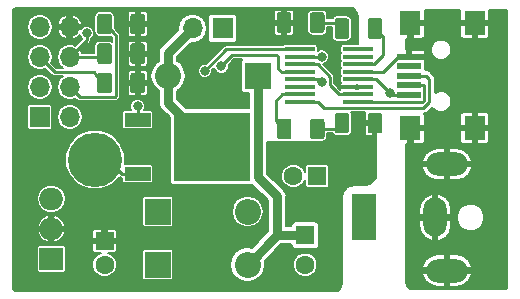
<source format=gbr>
G04 #@! TF.GenerationSoftware,KiCad,Pcbnew,5.0.2-bee76a0~70~ubuntu18.04.1*
G04 #@! TF.CreationDate,2019-05-15T10:04:00-07:00*
G04 #@! TF.ProjectId,shellbell,7368656c-6c62-4656-9c6c-2e6b69636164,rev?*
G04 #@! TF.SameCoordinates,Original*
G04 #@! TF.FileFunction,Copper,L1,Top*
G04 #@! TF.FilePolarity,Positive*
%FSLAX46Y46*%
G04 Gerber Fmt 4.6, Leading zero omitted, Abs format (unit mm)*
G04 Created by KiCad (PCBNEW 5.0.2-bee76a0~70~ubuntu18.04.1) date Wed 15 May 2019 10:04:00 AM PDT*
%MOMM*%
%LPD*%
G01*
G04 APERTURE LIST*
G04 #@! TA.AperFunction,Conductor*
%ADD10C,0.100000*%
G04 #@! TD*
G04 #@! TA.AperFunction,SMDPad,CuDef*
%ADD11C,1.250000*%
G04 #@! TD*
G04 #@! TA.AperFunction,ComponentPad*
%ADD12R,1.600000X1.600000*%
G04 #@! TD*
G04 #@! TA.AperFunction,ComponentPad*
%ADD13C,1.600000*%
G04 #@! TD*
G04 #@! TA.AperFunction,SMDPad,CuDef*
%ADD14R,6.400000X5.800000*%
G04 #@! TD*
G04 #@! TA.AperFunction,SMDPad,CuDef*
%ADD15R,2.200000X1.200000*%
G04 #@! TD*
G04 #@! TA.AperFunction,SMDPad,CuDef*
%ADD16R,1.700000X2.000000*%
G04 #@! TD*
G04 #@! TA.AperFunction,SMDPad,CuDef*
%ADD17R,2.000000X0.500000*%
G04 #@! TD*
G04 #@! TA.AperFunction,ComponentPad*
%ADD18O,2.000000X1.905000*%
G04 #@! TD*
G04 #@! TA.AperFunction,ComponentPad*
%ADD19R,2.000000X1.905000*%
G04 #@! TD*
G04 #@! TA.AperFunction,ComponentPad*
%ADD20O,1.700000X1.700000*%
G04 #@! TD*
G04 #@! TA.AperFunction,ComponentPad*
%ADD21R,1.700000X1.700000*%
G04 #@! TD*
G04 #@! TA.AperFunction,ComponentPad*
%ADD22O,2.200000X2.200000*%
G04 #@! TD*
G04 #@! TA.AperFunction,ComponentPad*
%ADD23R,2.200000X2.200000*%
G04 #@! TD*
G04 #@! TA.AperFunction,ComponentPad*
%ADD24O,3.500000X2.000000*%
G04 #@! TD*
G04 #@! TA.AperFunction,ComponentPad*
%ADD25O,2.000000X3.300000*%
G04 #@! TD*
G04 #@! TA.AperFunction,ComponentPad*
%ADD26R,2.000000X4.000000*%
G04 #@! TD*
G04 #@! TA.AperFunction,SMDPad,CuDef*
%ADD27R,2.540000X0.457200*%
G04 #@! TD*
G04 #@! TA.AperFunction,ViaPad*
%ADD28C,0.800000*%
G04 #@! TD*
G04 #@! TA.AperFunction,ViaPad*
%ADD29C,4.600000*%
G04 #@! TD*
G04 #@! TA.AperFunction,Conductor*
%ADD30C,0.800000*%
G04 #@! TD*
G04 #@! TA.AperFunction,Conductor*
%ADD31C,0.250000*%
G04 #@! TD*
G04 #@! TA.AperFunction,Conductor*
%ADD32C,0.300000*%
G04 #@! TD*
G04 #@! TA.AperFunction,Conductor*
%ADD33C,0.150000*%
G04 #@! TD*
G04 APERTURE END LIST*
D10*
G04 #@! TO.N,Net-(D2-Pad1)*
G04 #@! TO.C,R4*
G36*
X158499504Y-95626204D02*
X158523773Y-95629804D01*
X158547571Y-95635765D01*
X158570671Y-95644030D01*
X158592849Y-95654520D01*
X158613893Y-95667133D01*
X158633598Y-95681747D01*
X158651777Y-95698223D01*
X158668253Y-95716402D01*
X158682867Y-95736107D01*
X158695480Y-95757151D01*
X158705970Y-95779329D01*
X158714235Y-95802429D01*
X158720196Y-95826227D01*
X158723796Y-95850496D01*
X158725000Y-95875000D01*
X158725000Y-97125000D01*
X158723796Y-97149504D01*
X158720196Y-97173773D01*
X158714235Y-97197571D01*
X158705970Y-97220671D01*
X158695480Y-97242849D01*
X158682867Y-97263893D01*
X158668253Y-97283598D01*
X158651777Y-97301777D01*
X158633598Y-97318253D01*
X158613893Y-97332867D01*
X158592849Y-97345480D01*
X158570671Y-97355970D01*
X158547571Y-97364235D01*
X158523773Y-97370196D01*
X158499504Y-97373796D01*
X158475000Y-97375000D01*
X157725000Y-97375000D01*
X157700496Y-97373796D01*
X157676227Y-97370196D01*
X157652429Y-97364235D01*
X157629329Y-97355970D01*
X157607151Y-97345480D01*
X157586107Y-97332867D01*
X157566402Y-97318253D01*
X157548223Y-97301777D01*
X157531747Y-97283598D01*
X157517133Y-97263893D01*
X157504520Y-97242849D01*
X157494030Y-97220671D01*
X157485765Y-97197571D01*
X157479804Y-97173773D01*
X157476204Y-97149504D01*
X157475000Y-97125000D01*
X157475000Y-95875000D01*
X157476204Y-95850496D01*
X157479804Y-95826227D01*
X157485765Y-95802429D01*
X157494030Y-95779329D01*
X157504520Y-95757151D01*
X157517133Y-95736107D01*
X157531747Y-95716402D01*
X157548223Y-95698223D01*
X157566402Y-95681747D01*
X157586107Y-95667133D01*
X157607151Y-95654520D01*
X157629329Y-95644030D01*
X157652429Y-95635765D01*
X157676227Y-95629804D01*
X157700496Y-95626204D01*
X157725000Y-95625000D01*
X158475000Y-95625000D01*
X158499504Y-95626204D01*
X158499504Y-95626204D01*
G37*
D11*
G04 #@! TD*
G04 #@! TO.P,R4,2*
G04 #@! TO.N,Net-(D2-Pad1)*
X158100000Y-96500000D03*
D10*
G04 #@! TO.N,Net-(R4-Pad1)*
G04 #@! TO.C,R4*
G36*
X161299504Y-95626204D02*
X161323773Y-95629804D01*
X161347571Y-95635765D01*
X161370671Y-95644030D01*
X161392849Y-95654520D01*
X161413893Y-95667133D01*
X161433598Y-95681747D01*
X161451777Y-95698223D01*
X161468253Y-95716402D01*
X161482867Y-95736107D01*
X161495480Y-95757151D01*
X161505970Y-95779329D01*
X161514235Y-95802429D01*
X161520196Y-95826227D01*
X161523796Y-95850496D01*
X161525000Y-95875000D01*
X161525000Y-97125000D01*
X161523796Y-97149504D01*
X161520196Y-97173773D01*
X161514235Y-97197571D01*
X161505970Y-97220671D01*
X161495480Y-97242849D01*
X161482867Y-97263893D01*
X161468253Y-97283598D01*
X161451777Y-97301777D01*
X161433598Y-97318253D01*
X161413893Y-97332867D01*
X161392849Y-97345480D01*
X161370671Y-97355970D01*
X161347571Y-97364235D01*
X161323773Y-97370196D01*
X161299504Y-97373796D01*
X161275000Y-97375000D01*
X160525000Y-97375000D01*
X160500496Y-97373796D01*
X160476227Y-97370196D01*
X160452429Y-97364235D01*
X160429329Y-97355970D01*
X160407151Y-97345480D01*
X160386107Y-97332867D01*
X160366402Y-97318253D01*
X160348223Y-97301777D01*
X160331747Y-97283598D01*
X160317133Y-97263893D01*
X160304520Y-97242849D01*
X160294030Y-97220671D01*
X160285765Y-97197571D01*
X160279804Y-97173773D01*
X160276204Y-97149504D01*
X160275000Y-97125000D01*
X160275000Y-95875000D01*
X160276204Y-95850496D01*
X160279804Y-95826227D01*
X160285765Y-95802429D01*
X160294030Y-95779329D01*
X160304520Y-95757151D01*
X160317133Y-95736107D01*
X160331747Y-95716402D01*
X160348223Y-95698223D01*
X160366402Y-95681747D01*
X160386107Y-95667133D01*
X160407151Y-95654520D01*
X160429329Y-95644030D01*
X160452429Y-95635765D01*
X160476227Y-95629804D01*
X160500496Y-95626204D01*
X160525000Y-95625000D01*
X161275000Y-95625000D01*
X161299504Y-95626204D01*
X161299504Y-95626204D01*
G37*
D11*
G04 #@! TD*
G04 #@! TO.P,R4,1*
G04 #@! TO.N,Net-(R4-Pad1)*
X160900000Y-96500000D03*
D12*
G04 #@! TO.P,C1,1*
G04 #@! TO.N,+12V*
X155000000Y-114000000D03*
D13*
G04 #@! TO.P,C1,2*
G04 #@! TO.N,GND*
X155000000Y-116500000D03*
G04 #@! TD*
D14*
G04 #@! TO.P,Q1,2*
G04 #@! TO.N,Net-(D1-Pad2)*
X147100000Y-106500000D03*
D15*
G04 #@! TO.P,Q1,3*
G04 #@! TO.N,GND*
X140800000Y-108780000D03*
G04 #@! TO.P,Q1,1*
G04 #@! TO.N,Net-(J2-Pad3)*
X140800000Y-104220000D03*
G04 #@! TD*
D13*
G04 #@! TO.P,C3,2*
G04 #@! TO.N,GND*
X154000000Y-109000000D03*
D12*
G04 #@! TO.P,C3,1*
G04 #@! TO.N,+5V*
X156000000Y-109000000D03*
G04 #@! TD*
D16*
G04 #@! TO.P,J3,6*
G04 #@! TO.N,GND*
X169350000Y-96050000D03*
X163900000Y-96050000D03*
X169350000Y-104950000D03*
X163900000Y-104950000D03*
D17*
G04 #@! TO.P,J3,5*
X163800000Y-98900000D03*
G04 #@! TO.P,J3,4*
G04 #@! TO.N,Net-(J3-Pad4)*
X163800000Y-99700000D03*
G04 #@! TO.P,J3,3*
G04 #@! TO.N,Net-(J3-Pad3)*
X163800000Y-100500000D03*
G04 #@! TO.P,J3,2*
G04 #@! TO.N,Net-(J3-Pad2)*
X163800000Y-101300000D03*
G04 #@! TO.P,J3,1*
G04 #@! TO.N,+5V*
X163800000Y-102100000D03*
G04 #@! TD*
D18*
G04 #@! TO.P,U1,3*
G04 #@! TO.N,Net-(D4-Pad1)*
X133500000Y-110920000D03*
G04 #@! TO.P,U1,2*
G04 #@! TO.N,+3V3*
X133500000Y-113460000D03*
D19*
G04 #@! TO.P,U1,1*
G04 #@! TO.N,GND*
X133500000Y-116000000D03*
G04 #@! TD*
D20*
G04 #@! TO.P,J2,8*
G04 #@! TO.N,+3V3*
X135040000Y-96380000D03*
G04 #@! TO.P,J2,7*
G04 #@! TO.N,Net-(J2-Pad7)*
X132500000Y-96380000D03*
G04 #@! TO.P,J2,6*
G04 #@! TO.N,Net-(J2-Pad6)*
X135040000Y-98920000D03*
G04 #@! TO.P,J2,5*
G04 #@! TO.N,Net-(J2-Pad5)*
X132500000Y-98920000D03*
G04 #@! TO.P,J2,4*
G04 #@! TO.N,Net-(J2-Pad4)*
X135040000Y-101460000D03*
G04 #@! TO.P,J2,3*
G04 #@! TO.N,Net-(J2-Pad3)*
X132500000Y-101460000D03*
G04 #@! TO.P,J2,2*
G04 #@! TO.N,Net-(J2-Pad2)*
X135040000Y-104000000D03*
D21*
G04 #@! TO.P,J2,1*
G04 #@! TO.N,GND*
X132500000Y-104000000D03*
G04 #@! TD*
D13*
G04 #@! TO.P,C2,2*
G04 #@! TO.N,GND*
X138000000Y-116500000D03*
D12*
G04 #@! TO.P,C2,1*
G04 #@! TO.N,+3V3*
X138000000Y-114500000D03*
G04 #@! TD*
D22*
G04 #@! TO.P,D1,2*
G04 #@! TO.N,Net-(D1-Pad2)*
X143380000Y-100500000D03*
D23*
G04 #@! TO.P,D1,1*
G04 #@! TO.N,+12V*
X151000000Y-100500000D03*
G04 #@! TD*
D10*
G04 #@! TO.N,+3V3*
G04 #@! TO.C,D2*
G36*
X153599504Y-95126204D02*
X153623773Y-95129804D01*
X153647571Y-95135765D01*
X153670671Y-95144030D01*
X153692849Y-95154520D01*
X153713893Y-95167133D01*
X153733598Y-95181747D01*
X153751777Y-95198223D01*
X153768253Y-95216402D01*
X153782867Y-95236107D01*
X153795480Y-95257151D01*
X153805970Y-95279329D01*
X153814235Y-95302429D01*
X153820196Y-95326227D01*
X153823796Y-95350496D01*
X153825000Y-95375000D01*
X153825000Y-96625000D01*
X153823796Y-96649504D01*
X153820196Y-96673773D01*
X153814235Y-96697571D01*
X153805970Y-96720671D01*
X153795480Y-96742849D01*
X153782867Y-96763893D01*
X153768253Y-96783598D01*
X153751777Y-96801777D01*
X153733598Y-96818253D01*
X153713893Y-96832867D01*
X153692849Y-96845480D01*
X153670671Y-96855970D01*
X153647571Y-96864235D01*
X153623773Y-96870196D01*
X153599504Y-96873796D01*
X153575000Y-96875000D01*
X152825000Y-96875000D01*
X152800496Y-96873796D01*
X152776227Y-96870196D01*
X152752429Y-96864235D01*
X152729329Y-96855970D01*
X152707151Y-96845480D01*
X152686107Y-96832867D01*
X152666402Y-96818253D01*
X152648223Y-96801777D01*
X152631747Y-96783598D01*
X152617133Y-96763893D01*
X152604520Y-96742849D01*
X152594030Y-96720671D01*
X152585765Y-96697571D01*
X152579804Y-96673773D01*
X152576204Y-96649504D01*
X152575000Y-96625000D01*
X152575000Y-95375000D01*
X152576204Y-95350496D01*
X152579804Y-95326227D01*
X152585765Y-95302429D01*
X152594030Y-95279329D01*
X152604520Y-95257151D01*
X152617133Y-95236107D01*
X152631747Y-95216402D01*
X152648223Y-95198223D01*
X152666402Y-95181747D01*
X152686107Y-95167133D01*
X152707151Y-95154520D01*
X152729329Y-95144030D01*
X152752429Y-95135765D01*
X152776227Y-95129804D01*
X152800496Y-95126204D01*
X152825000Y-95125000D01*
X153575000Y-95125000D01*
X153599504Y-95126204D01*
X153599504Y-95126204D01*
G37*
D11*
G04 #@! TD*
G04 #@! TO.P,D2,2*
G04 #@! TO.N,+3V3*
X153200000Y-96000000D03*
D10*
G04 #@! TO.N,Net-(D2-Pad1)*
G04 #@! TO.C,D2*
G36*
X156399504Y-95126204D02*
X156423773Y-95129804D01*
X156447571Y-95135765D01*
X156470671Y-95144030D01*
X156492849Y-95154520D01*
X156513893Y-95167133D01*
X156533598Y-95181747D01*
X156551777Y-95198223D01*
X156568253Y-95216402D01*
X156582867Y-95236107D01*
X156595480Y-95257151D01*
X156605970Y-95279329D01*
X156614235Y-95302429D01*
X156620196Y-95326227D01*
X156623796Y-95350496D01*
X156625000Y-95375000D01*
X156625000Y-96625000D01*
X156623796Y-96649504D01*
X156620196Y-96673773D01*
X156614235Y-96697571D01*
X156605970Y-96720671D01*
X156595480Y-96742849D01*
X156582867Y-96763893D01*
X156568253Y-96783598D01*
X156551777Y-96801777D01*
X156533598Y-96818253D01*
X156513893Y-96832867D01*
X156492849Y-96845480D01*
X156470671Y-96855970D01*
X156447571Y-96864235D01*
X156423773Y-96870196D01*
X156399504Y-96873796D01*
X156375000Y-96875000D01*
X155625000Y-96875000D01*
X155600496Y-96873796D01*
X155576227Y-96870196D01*
X155552429Y-96864235D01*
X155529329Y-96855970D01*
X155507151Y-96845480D01*
X155486107Y-96832867D01*
X155466402Y-96818253D01*
X155448223Y-96801777D01*
X155431747Y-96783598D01*
X155417133Y-96763893D01*
X155404520Y-96742849D01*
X155394030Y-96720671D01*
X155385765Y-96697571D01*
X155379804Y-96673773D01*
X155376204Y-96649504D01*
X155375000Y-96625000D01*
X155375000Y-95375000D01*
X155376204Y-95350496D01*
X155379804Y-95326227D01*
X155385765Y-95302429D01*
X155394030Y-95279329D01*
X155404520Y-95257151D01*
X155417133Y-95236107D01*
X155431747Y-95216402D01*
X155448223Y-95198223D01*
X155466402Y-95181747D01*
X155486107Y-95167133D01*
X155507151Y-95154520D01*
X155529329Y-95144030D01*
X155552429Y-95135765D01*
X155576227Y-95129804D01*
X155600496Y-95126204D01*
X155625000Y-95125000D01*
X156375000Y-95125000D01*
X156399504Y-95126204D01*
X156399504Y-95126204D01*
G37*
D11*
G04 #@! TD*
G04 #@! TO.P,D2,1*
G04 #@! TO.N,Net-(D2-Pad1)*
X156000000Y-96000000D03*
D10*
G04 #@! TO.N,Net-(D3-Pad2)*
G04 #@! TO.C,D3*
G36*
X156399504Y-104126204D02*
X156423773Y-104129804D01*
X156447571Y-104135765D01*
X156470671Y-104144030D01*
X156492849Y-104154520D01*
X156513893Y-104167133D01*
X156533598Y-104181747D01*
X156551777Y-104198223D01*
X156568253Y-104216402D01*
X156582867Y-104236107D01*
X156595480Y-104257151D01*
X156605970Y-104279329D01*
X156614235Y-104302429D01*
X156620196Y-104326227D01*
X156623796Y-104350496D01*
X156625000Y-104375000D01*
X156625000Y-105625000D01*
X156623796Y-105649504D01*
X156620196Y-105673773D01*
X156614235Y-105697571D01*
X156605970Y-105720671D01*
X156595480Y-105742849D01*
X156582867Y-105763893D01*
X156568253Y-105783598D01*
X156551777Y-105801777D01*
X156533598Y-105818253D01*
X156513893Y-105832867D01*
X156492849Y-105845480D01*
X156470671Y-105855970D01*
X156447571Y-105864235D01*
X156423773Y-105870196D01*
X156399504Y-105873796D01*
X156375000Y-105875000D01*
X155625000Y-105875000D01*
X155600496Y-105873796D01*
X155576227Y-105870196D01*
X155552429Y-105864235D01*
X155529329Y-105855970D01*
X155507151Y-105845480D01*
X155486107Y-105832867D01*
X155466402Y-105818253D01*
X155448223Y-105801777D01*
X155431747Y-105783598D01*
X155417133Y-105763893D01*
X155404520Y-105742849D01*
X155394030Y-105720671D01*
X155385765Y-105697571D01*
X155379804Y-105673773D01*
X155376204Y-105649504D01*
X155375000Y-105625000D01*
X155375000Y-104375000D01*
X155376204Y-104350496D01*
X155379804Y-104326227D01*
X155385765Y-104302429D01*
X155394030Y-104279329D01*
X155404520Y-104257151D01*
X155417133Y-104236107D01*
X155431747Y-104216402D01*
X155448223Y-104198223D01*
X155466402Y-104181747D01*
X155486107Y-104167133D01*
X155507151Y-104154520D01*
X155529329Y-104144030D01*
X155552429Y-104135765D01*
X155576227Y-104129804D01*
X155600496Y-104126204D01*
X155625000Y-104125000D01*
X156375000Y-104125000D01*
X156399504Y-104126204D01*
X156399504Y-104126204D01*
G37*
D11*
G04 #@! TD*
G04 #@! TO.P,D3,2*
G04 #@! TO.N,Net-(D3-Pad2)*
X156000000Y-105000000D03*
D10*
G04 #@! TO.N,Net-(D3-Pad1)*
G04 #@! TO.C,D3*
G36*
X153599504Y-104126204D02*
X153623773Y-104129804D01*
X153647571Y-104135765D01*
X153670671Y-104144030D01*
X153692849Y-104154520D01*
X153713893Y-104167133D01*
X153733598Y-104181747D01*
X153751777Y-104198223D01*
X153768253Y-104216402D01*
X153782867Y-104236107D01*
X153795480Y-104257151D01*
X153805970Y-104279329D01*
X153814235Y-104302429D01*
X153820196Y-104326227D01*
X153823796Y-104350496D01*
X153825000Y-104375000D01*
X153825000Y-105625000D01*
X153823796Y-105649504D01*
X153820196Y-105673773D01*
X153814235Y-105697571D01*
X153805970Y-105720671D01*
X153795480Y-105742849D01*
X153782867Y-105763893D01*
X153768253Y-105783598D01*
X153751777Y-105801777D01*
X153733598Y-105818253D01*
X153713893Y-105832867D01*
X153692849Y-105845480D01*
X153670671Y-105855970D01*
X153647571Y-105864235D01*
X153623773Y-105870196D01*
X153599504Y-105873796D01*
X153575000Y-105875000D01*
X152825000Y-105875000D01*
X152800496Y-105873796D01*
X152776227Y-105870196D01*
X152752429Y-105864235D01*
X152729329Y-105855970D01*
X152707151Y-105845480D01*
X152686107Y-105832867D01*
X152666402Y-105818253D01*
X152648223Y-105801777D01*
X152631747Y-105783598D01*
X152617133Y-105763893D01*
X152604520Y-105742849D01*
X152594030Y-105720671D01*
X152585765Y-105697571D01*
X152579804Y-105673773D01*
X152576204Y-105649504D01*
X152575000Y-105625000D01*
X152575000Y-104375000D01*
X152576204Y-104350496D01*
X152579804Y-104326227D01*
X152585765Y-104302429D01*
X152594030Y-104279329D01*
X152604520Y-104257151D01*
X152617133Y-104236107D01*
X152631747Y-104216402D01*
X152648223Y-104198223D01*
X152666402Y-104181747D01*
X152686107Y-104167133D01*
X152707151Y-104154520D01*
X152729329Y-104144030D01*
X152752429Y-104135765D01*
X152776227Y-104129804D01*
X152800496Y-104126204D01*
X152825000Y-104125000D01*
X153575000Y-104125000D01*
X153599504Y-104126204D01*
X153599504Y-104126204D01*
G37*
D11*
G04 #@! TD*
G04 #@! TO.P,D3,1*
G04 #@! TO.N,Net-(D3-Pad1)*
X153200000Y-105000000D03*
D22*
G04 #@! TO.P,D4,2*
G04 #@! TO.N,+5V*
X150120000Y-112000000D03*
D23*
G04 #@! TO.P,D4,1*
G04 #@! TO.N,Net-(D4-Pad1)*
X142500000Y-112000000D03*
G04 #@! TD*
D22*
G04 #@! TO.P,D5,2*
G04 #@! TO.N,+12V*
X150120000Y-116500000D03*
D23*
G04 #@! TO.P,D5,1*
G04 #@! TO.N,Net-(D4-Pad1)*
X142500000Y-116500000D03*
G04 #@! TD*
D24*
G04 #@! TO.P,J1,MP*
G04 #@! TO.N,GND*
X167000000Y-108000000D03*
X167000000Y-117000000D03*
D25*
G04 #@! TO.P,J1,2*
X166000000Y-112500000D03*
D26*
G04 #@! TO.P,J1,1*
G04 #@! TO.N,+12V*
X160000000Y-112500000D03*
G04 #@! TD*
D20*
G04 #@! TO.P,L1,2*
G04 #@! TO.N,Net-(D1-Pad2)*
X145460000Y-96500000D03*
D21*
G04 #@! TO.P,L1,1*
G04 #@! TO.N,+12V*
X148000000Y-96500000D03*
G04 #@! TD*
D10*
G04 #@! TO.N,+3V3*
G04 #@! TO.C,R1*
G36*
X141201997Y-100250807D02*
X141226266Y-100254407D01*
X141250064Y-100260368D01*
X141273164Y-100268633D01*
X141295342Y-100279123D01*
X141316386Y-100291736D01*
X141336091Y-100306350D01*
X141354270Y-100322826D01*
X141370746Y-100341005D01*
X141385360Y-100360710D01*
X141397973Y-100381754D01*
X141408463Y-100403932D01*
X141416728Y-100427032D01*
X141422689Y-100450830D01*
X141426289Y-100475099D01*
X141427493Y-100499603D01*
X141427493Y-101749603D01*
X141426289Y-101774107D01*
X141422689Y-101798376D01*
X141416728Y-101822174D01*
X141408463Y-101845274D01*
X141397973Y-101867452D01*
X141385360Y-101888496D01*
X141370746Y-101908201D01*
X141354270Y-101926380D01*
X141336091Y-101942856D01*
X141316386Y-101957470D01*
X141295342Y-101970083D01*
X141273164Y-101980573D01*
X141250064Y-101988838D01*
X141226266Y-101994799D01*
X141201997Y-101998399D01*
X141177493Y-101999603D01*
X140427493Y-101999603D01*
X140402989Y-101998399D01*
X140378720Y-101994799D01*
X140354922Y-101988838D01*
X140331822Y-101980573D01*
X140309644Y-101970083D01*
X140288600Y-101957470D01*
X140268895Y-101942856D01*
X140250716Y-101926380D01*
X140234240Y-101908201D01*
X140219626Y-101888496D01*
X140207013Y-101867452D01*
X140196523Y-101845274D01*
X140188258Y-101822174D01*
X140182297Y-101798376D01*
X140178697Y-101774107D01*
X140177493Y-101749603D01*
X140177493Y-100499603D01*
X140178697Y-100475099D01*
X140182297Y-100450830D01*
X140188258Y-100427032D01*
X140196523Y-100403932D01*
X140207013Y-100381754D01*
X140219626Y-100360710D01*
X140234240Y-100341005D01*
X140250716Y-100322826D01*
X140268895Y-100306350D01*
X140288600Y-100291736D01*
X140309644Y-100279123D01*
X140331822Y-100268633D01*
X140354922Y-100260368D01*
X140378720Y-100254407D01*
X140402989Y-100250807D01*
X140427493Y-100249603D01*
X141177493Y-100249603D01*
X141201997Y-100250807D01*
X141201997Y-100250807D01*
G37*
D11*
G04 #@! TD*
G04 #@! TO.P,R1,2*
G04 #@! TO.N,+3V3*
X140802493Y-101124603D03*
D10*
G04 #@! TO.N,Net-(J2-Pad5)*
G04 #@! TO.C,R1*
G36*
X138401997Y-100250807D02*
X138426266Y-100254407D01*
X138450064Y-100260368D01*
X138473164Y-100268633D01*
X138495342Y-100279123D01*
X138516386Y-100291736D01*
X138536091Y-100306350D01*
X138554270Y-100322826D01*
X138570746Y-100341005D01*
X138585360Y-100360710D01*
X138597973Y-100381754D01*
X138608463Y-100403932D01*
X138616728Y-100427032D01*
X138622689Y-100450830D01*
X138626289Y-100475099D01*
X138627493Y-100499603D01*
X138627493Y-101749603D01*
X138626289Y-101774107D01*
X138622689Y-101798376D01*
X138616728Y-101822174D01*
X138608463Y-101845274D01*
X138597973Y-101867452D01*
X138585360Y-101888496D01*
X138570746Y-101908201D01*
X138554270Y-101926380D01*
X138536091Y-101942856D01*
X138516386Y-101957470D01*
X138495342Y-101970083D01*
X138473164Y-101980573D01*
X138450064Y-101988838D01*
X138426266Y-101994799D01*
X138401997Y-101998399D01*
X138377493Y-101999603D01*
X137627493Y-101999603D01*
X137602989Y-101998399D01*
X137578720Y-101994799D01*
X137554922Y-101988838D01*
X137531822Y-101980573D01*
X137509644Y-101970083D01*
X137488600Y-101957470D01*
X137468895Y-101942856D01*
X137450716Y-101926380D01*
X137434240Y-101908201D01*
X137419626Y-101888496D01*
X137407013Y-101867452D01*
X137396523Y-101845274D01*
X137388258Y-101822174D01*
X137382297Y-101798376D01*
X137378697Y-101774107D01*
X137377493Y-101749603D01*
X137377493Y-100499603D01*
X137378697Y-100475099D01*
X137382297Y-100450830D01*
X137388258Y-100427032D01*
X137396523Y-100403932D01*
X137407013Y-100381754D01*
X137419626Y-100360710D01*
X137434240Y-100341005D01*
X137450716Y-100322826D01*
X137468895Y-100306350D01*
X137488600Y-100291736D01*
X137509644Y-100279123D01*
X137531822Y-100268633D01*
X137554922Y-100260368D01*
X137578720Y-100254407D01*
X137602989Y-100250807D01*
X137627493Y-100249603D01*
X138377493Y-100249603D01*
X138401997Y-100250807D01*
X138401997Y-100250807D01*
G37*
D11*
G04 #@! TD*
G04 #@! TO.P,R1,1*
G04 #@! TO.N,Net-(J2-Pad5)*
X138002493Y-101124603D03*
D10*
G04 #@! TO.N,Net-(J2-Pad4)*
G04 #@! TO.C,R2*
G36*
X138401997Y-95250807D02*
X138426266Y-95254407D01*
X138450064Y-95260368D01*
X138473164Y-95268633D01*
X138495342Y-95279123D01*
X138516386Y-95291736D01*
X138536091Y-95306350D01*
X138554270Y-95322826D01*
X138570746Y-95341005D01*
X138585360Y-95360710D01*
X138597973Y-95381754D01*
X138608463Y-95403932D01*
X138616728Y-95427032D01*
X138622689Y-95450830D01*
X138626289Y-95475099D01*
X138627493Y-95499603D01*
X138627493Y-96749603D01*
X138626289Y-96774107D01*
X138622689Y-96798376D01*
X138616728Y-96822174D01*
X138608463Y-96845274D01*
X138597973Y-96867452D01*
X138585360Y-96888496D01*
X138570746Y-96908201D01*
X138554270Y-96926380D01*
X138536091Y-96942856D01*
X138516386Y-96957470D01*
X138495342Y-96970083D01*
X138473164Y-96980573D01*
X138450064Y-96988838D01*
X138426266Y-96994799D01*
X138401997Y-96998399D01*
X138377493Y-96999603D01*
X137627493Y-96999603D01*
X137602989Y-96998399D01*
X137578720Y-96994799D01*
X137554922Y-96988838D01*
X137531822Y-96980573D01*
X137509644Y-96970083D01*
X137488600Y-96957470D01*
X137468895Y-96942856D01*
X137450716Y-96926380D01*
X137434240Y-96908201D01*
X137419626Y-96888496D01*
X137407013Y-96867452D01*
X137396523Y-96845274D01*
X137388258Y-96822174D01*
X137382297Y-96798376D01*
X137378697Y-96774107D01*
X137377493Y-96749603D01*
X137377493Y-95499603D01*
X137378697Y-95475099D01*
X137382297Y-95450830D01*
X137388258Y-95427032D01*
X137396523Y-95403932D01*
X137407013Y-95381754D01*
X137419626Y-95360710D01*
X137434240Y-95341005D01*
X137450716Y-95322826D01*
X137468895Y-95306350D01*
X137488600Y-95291736D01*
X137509644Y-95279123D01*
X137531822Y-95268633D01*
X137554922Y-95260368D01*
X137578720Y-95254407D01*
X137602989Y-95250807D01*
X137627493Y-95249603D01*
X138377493Y-95249603D01*
X138401997Y-95250807D01*
X138401997Y-95250807D01*
G37*
D11*
G04 #@! TD*
G04 #@! TO.P,R2,2*
G04 #@! TO.N,Net-(J2-Pad4)*
X138002493Y-96124603D03*
D10*
G04 #@! TO.N,+3V3*
G04 #@! TO.C,R2*
G36*
X141201997Y-95250807D02*
X141226266Y-95254407D01*
X141250064Y-95260368D01*
X141273164Y-95268633D01*
X141295342Y-95279123D01*
X141316386Y-95291736D01*
X141336091Y-95306350D01*
X141354270Y-95322826D01*
X141370746Y-95341005D01*
X141385360Y-95360710D01*
X141397973Y-95381754D01*
X141408463Y-95403932D01*
X141416728Y-95427032D01*
X141422689Y-95450830D01*
X141426289Y-95475099D01*
X141427493Y-95499603D01*
X141427493Y-96749603D01*
X141426289Y-96774107D01*
X141422689Y-96798376D01*
X141416728Y-96822174D01*
X141408463Y-96845274D01*
X141397973Y-96867452D01*
X141385360Y-96888496D01*
X141370746Y-96908201D01*
X141354270Y-96926380D01*
X141336091Y-96942856D01*
X141316386Y-96957470D01*
X141295342Y-96970083D01*
X141273164Y-96980573D01*
X141250064Y-96988838D01*
X141226266Y-96994799D01*
X141201997Y-96998399D01*
X141177493Y-96999603D01*
X140427493Y-96999603D01*
X140402989Y-96998399D01*
X140378720Y-96994799D01*
X140354922Y-96988838D01*
X140331822Y-96980573D01*
X140309644Y-96970083D01*
X140288600Y-96957470D01*
X140268895Y-96942856D01*
X140250716Y-96926380D01*
X140234240Y-96908201D01*
X140219626Y-96888496D01*
X140207013Y-96867452D01*
X140196523Y-96845274D01*
X140188258Y-96822174D01*
X140182297Y-96798376D01*
X140178697Y-96774107D01*
X140177493Y-96749603D01*
X140177493Y-95499603D01*
X140178697Y-95475099D01*
X140182297Y-95450830D01*
X140188258Y-95427032D01*
X140196523Y-95403932D01*
X140207013Y-95381754D01*
X140219626Y-95360710D01*
X140234240Y-95341005D01*
X140250716Y-95322826D01*
X140268895Y-95306350D01*
X140288600Y-95291736D01*
X140309644Y-95279123D01*
X140331822Y-95268633D01*
X140354922Y-95260368D01*
X140378720Y-95254407D01*
X140402989Y-95250807D01*
X140427493Y-95249603D01*
X141177493Y-95249603D01*
X141201997Y-95250807D01*
X141201997Y-95250807D01*
G37*
D11*
G04 #@! TD*
G04 #@! TO.P,R2,1*
G04 #@! TO.N,+3V3*
X140802493Y-96124603D03*
D10*
G04 #@! TO.N,Net-(J2-Pad6)*
G04 #@! TO.C,R3*
G36*
X138401997Y-97750807D02*
X138426266Y-97754407D01*
X138450064Y-97760368D01*
X138473164Y-97768633D01*
X138495342Y-97779123D01*
X138516386Y-97791736D01*
X138536091Y-97806350D01*
X138554270Y-97822826D01*
X138570746Y-97841005D01*
X138585360Y-97860710D01*
X138597973Y-97881754D01*
X138608463Y-97903932D01*
X138616728Y-97927032D01*
X138622689Y-97950830D01*
X138626289Y-97975099D01*
X138627493Y-97999603D01*
X138627493Y-99249603D01*
X138626289Y-99274107D01*
X138622689Y-99298376D01*
X138616728Y-99322174D01*
X138608463Y-99345274D01*
X138597973Y-99367452D01*
X138585360Y-99388496D01*
X138570746Y-99408201D01*
X138554270Y-99426380D01*
X138536091Y-99442856D01*
X138516386Y-99457470D01*
X138495342Y-99470083D01*
X138473164Y-99480573D01*
X138450064Y-99488838D01*
X138426266Y-99494799D01*
X138401997Y-99498399D01*
X138377493Y-99499603D01*
X137627493Y-99499603D01*
X137602989Y-99498399D01*
X137578720Y-99494799D01*
X137554922Y-99488838D01*
X137531822Y-99480573D01*
X137509644Y-99470083D01*
X137488600Y-99457470D01*
X137468895Y-99442856D01*
X137450716Y-99426380D01*
X137434240Y-99408201D01*
X137419626Y-99388496D01*
X137407013Y-99367452D01*
X137396523Y-99345274D01*
X137388258Y-99322174D01*
X137382297Y-99298376D01*
X137378697Y-99274107D01*
X137377493Y-99249603D01*
X137377493Y-97999603D01*
X137378697Y-97975099D01*
X137382297Y-97950830D01*
X137388258Y-97927032D01*
X137396523Y-97903932D01*
X137407013Y-97881754D01*
X137419626Y-97860710D01*
X137434240Y-97841005D01*
X137450716Y-97822826D01*
X137468895Y-97806350D01*
X137488600Y-97791736D01*
X137509644Y-97779123D01*
X137531822Y-97768633D01*
X137554922Y-97760368D01*
X137578720Y-97754407D01*
X137602989Y-97750807D01*
X137627493Y-97749603D01*
X138377493Y-97749603D01*
X138401997Y-97750807D01*
X138401997Y-97750807D01*
G37*
D11*
G04 #@! TD*
G04 #@! TO.P,R3,2*
G04 #@! TO.N,Net-(J2-Pad6)*
X138002493Y-98624603D03*
D10*
G04 #@! TO.N,+3V3*
G04 #@! TO.C,R3*
G36*
X141201997Y-97750807D02*
X141226266Y-97754407D01*
X141250064Y-97760368D01*
X141273164Y-97768633D01*
X141295342Y-97779123D01*
X141316386Y-97791736D01*
X141336091Y-97806350D01*
X141354270Y-97822826D01*
X141370746Y-97841005D01*
X141385360Y-97860710D01*
X141397973Y-97881754D01*
X141408463Y-97903932D01*
X141416728Y-97927032D01*
X141422689Y-97950830D01*
X141426289Y-97975099D01*
X141427493Y-97999603D01*
X141427493Y-99249603D01*
X141426289Y-99274107D01*
X141422689Y-99298376D01*
X141416728Y-99322174D01*
X141408463Y-99345274D01*
X141397973Y-99367452D01*
X141385360Y-99388496D01*
X141370746Y-99408201D01*
X141354270Y-99426380D01*
X141336091Y-99442856D01*
X141316386Y-99457470D01*
X141295342Y-99470083D01*
X141273164Y-99480573D01*
X141250064Y-99488838D01*
X141226266Y-99494799D01*
X141201997Y-99498399D01*
X141177493Y-99499603D01*
X140427493Y-99499603D01*
X140402989Y-99498399D01*
X140378720Y-99494799D01*
X140354922Y-99488838D01*
X140331822Y-99480573D01*
X140309644Y-99470083D01*
X140288600Y-99457470D01*
X140268895Y-99442856D01*
X140250716Y-99426380D01*
X140234240Y-99408201D01*
X140219626Y-99388496D01*
X140207013Y-99367452D01*
X140196523Y-99345274D01*
X140188258Y-99322174D01*
X140182297Y-99298376D01*
X140178697Y-99274107D01*
X140177493Y-99249603D01*
X140177493Y-97999603D01*
X140178697Y-97975099D01*
X140182297Y-97950830D01*
X140188258Y-97927032D01*
X140196523Y-97903932D01*
X140207013Y-97881754D01*
X140219626Y-97860710D01*
X140234240Y-97841005D01*
X140250716Y-97822826D01*
X140268895Y-97806350D01*
X140288600Y-97791736D01*
X140309644Y-97779123D01*
X140331822Y-97768633D01*
X140354922Y-97760368D01*
X140378720Y-97754407D01*
X140402989Y-97750807D01*
X140427493Y-97749603D01*
X141177493Y-97749603D01*
X141201997Y-97750807D01*
X141201997Y-97750807D01*
G37*
D11*
G04 #@! TD*
G04 #@! TO.P,R3,1*
G04 #@! TO.N,+3V3*
X140802493Y-98624603D03*
D10*
G04 #@! TO.N,+3V3*
G04 #@! TO.C,R5*
G36*
X161299504Y-103626204D02*
X161323773Y-103629804D01*
X161347571Y-103635765D01*
X161370671Y-103644030D01*
X161392849Y-103654520D01*
X161413893Y-103667133D01*
X161433598Y-103681747D01*
X161451777Y-103698223D01*
X161468253Y-103716402D01*
X161482867Y-103736107D01*
X161495480Y-103757151D01*
X161505970Y-103779329D01*
X161514235Y-103802429D01*
X161520196Y-103826227D01*
X161523796Y-103850496D01*
X161525000Y-103875000D01*
X161525000Y-105125000D01*
X161523796Y-105149504D01*
X161520196Y-105173773D01*
X161514235Y-105197571D01*
X161505970Y-105220671D01*
X161495480Y-105242849D01*
X161482867Y-105263893D01*
X161468253Y-105283598D01*
X161451777Y-105301777D01*
X161433598Y-105318253D01*
X161413893Y-105332867D01*
X161392849Y-105345480D01*
X161370671Y-105355970D01*
X161347571Y-105364235D01*
X161323773Y-105370196D01*
X161299504Y-105373796D01*
X161275000Y-105375000D01*
X160525000Y-105375000D01*
X160500496Y-105373796D01*
X160476227Y-105370196D01*
X160452429Y-105364235D01*
X160429329Y-105355970D01*
X160407151Y-105345480D01*
X160386107Y-105332867D01*
X160366402Y-105318253D01*
X160348223Y-105301777D01*
X160331747Y-105283598D01*
X160317133Y-105263893D01*
X160304520Y-105242849D01*
X160294030Y-105220671D01*
X160285765Y-105197571D01*
X160279804Y-105173773D01*
X160276204Y-105149504D01*
X160275000Y-105125000D01*
X160275000Y-103875000D01*
X160276204Y-103850496D01*
X160279804Y-103826227D01*
X160285765Y-103802429D01*
X160294030Y-103779329D01*
X160304520Y-103757151D01*
X160317133Y-103736107D01*
X160331747Y-103716402D01*
X160348223Y-103698223D01*
X160366402Y-103681747D01*
X160386107Y-103667133D01*
X160407151Y-103654520D01*
X160429329Y-103644030D01*
X160452429Y-103635765D01*
X160476227Y-103629804D01*
X160500496Y-103626204D01*
X160525000Y-103625000D01*
X161275000Y-103625000D01*
X161299504Y-103626204D01*
X161299504Y-103626204D01*
G37*
D11*
G04 #@! TD*
G04 #@! TO.P,R5,2*
G04 #@! TO.N,+3V3*
X160900000Y-104500000D03*
D10*
G04 #@! TO.N,Net-(D3-Pad2)*
G04 #@! TO.C,R5*
G36*
X158499504Y-103626204D02*
X158523773Y-103629804D01*
X158547571Y-103635765D01*
X158570671Y-103644030D01*
X158592849Y-103654520D01*
X158613893Y-103667133D01*
X158633598Y-103681747D01*
X158651777Y-103698223D01*
X158668253Y-103716402D01*
X158682867Y-103736107D01*
X158695480Y-103757151D01*
X158705970Y-103779329D01*
X158714235Y-103802429D01*
X158720196Y-103826227D01*
X158723796Y-103850496D01*
X158725000Y-103875000D01*
X158725000Y-105125000D01*
X158723796Y-105149504D01*
X158720196Y-105173773D01*
X158714235Y-105197571D01*
X158705970Y-105220671D01*
X158695480Y-105242849D01*
X158682867Y-105263893D01*
X158668253Y-105283598D01*
X158651777Y-105301777D01*
X158633598Y-105318253D01*
X158613893Y-105332867D01*
X158592849Y-105345480D01*
X158570671Y-105355970D01*
X158547571Y-105364235D01*
X158523773Y-105370196D01*
X158499504Y-105373796D01*
X158475000Y-105375000D01*
X157725000Y-105375000D01*
X157700496Y-105373796D01*
X157676227Y-105370196D01*
X157652429Y-105364235D01*
X157629329Y-105355970D01*
X157607151Y-105345480D01*
X157586107Y-105332867D01*
X157566402Y-105318253D01*
X157548223Y-105301777D01*
X157531747Y-105283598D01*
X157517133Y-105263893D01*
X157504520Y-105242849D01*
X157494030Y-105220671D01*
X157485765Y-105197571D01*
X157479804Y-105173773D01*
X157476204Y-105149504D01*
X157475000Y-105125000D01*
X157475000Y-103875000D01*
X157476204Y-103850496D01*
X157479804Y-103826227D01*
X157485765Y-103802429D01*
X157494030Y-103779329D01*
X157504520Y-103757151D01*
X157517133Y-103736107D01*
X157531747Y-103716402D01*
X157548223Y-103698223D01*
X157566402Y-103681747D01*
X157586107Y-103667133D01*
X157607151Y-103654520D01*
X157629329Y-103644030D01*
X157652429Y-103635765D01*
X157676227Y-103629804D01*
X157700496Y-103626204D01*
X157725000Y-103625000D01*
X158475000Y-103625000D01*
X158499504Y-103626204D01*
X158499504Y-103626204D01*
G37*
D11*
G04 #@! TD*
G04 #@! TO.P,R5,1*
G04 #@! TO.N,Net-(D3-Pad2)*
X158100000Y-104500000D03*
D27*
G04 #@! TO.P,U2,9*
G04 #@! TO.N,Net-(J3-Pad2)*
X159463800Y-102722500D03*
G04 #@! TO.P,U2,10*
G04 #@! TO.N,Net-(U2-Pad10)*
X159463800Y-102087500D03*
G04 #@! TO.P,U2,11*
G04 #@! TO.N,+3V3*
X159463800Y-101452500D03*
G04 #@! TO.P,U2,12*
G04 #@! TO.N,+5V*
X159463800Y-100817500D03*
G04 #@! TO.P,U2,13*
G04 #@! TO.N,GND*
X159463800Y-100182500D03*
G04 #@! TO.P,U2,14*
G04 #@! TO.N,Net-(R4-Pad1)*
X159463800Y-99547500D03*
G04 #@! TO.P,U2,15*
G04 #@! TO.N,Net-(U2-Pad15)*
X159463800Y-98912500D03*
G04 #@! TO.P,U2,16*
G04 #@! TO.N,Net-(U2-Pad16)*
X159463800Y-98277500D03*
G04 #@! TO.P,U2,8*
G04 #@! TO.N,Net-(J3-Pad3)*
X154536200Y-102722500D03*
G04 #@! TO.P,U2,7*
G04 #@! TO.N,Net-(D3-Pad1)*
X154536200Y-102087500D03*
G04 #@! TO.P,U2,6*
G04 #@! TO.N,Net-(U2-Pad6)*
X154536200Y-101452500D03*
G04 #@! TO.P,U2,5*
G04 #@! TO.N,GND*
X154536200Y-100817500D03*
G04 #@! TO.P,U2,1*
G04 #@! TO.N,Net-(J2-Pad2)*
X154536200Y-98277500D03*
G04 #@! TO.P,U2,3*
G04 #@! TO.N,Net-(U2-Pad10)*
X154536200Y-99547500D03*
G04 #@! TO.P,U2,4*
G04 #@! TO.N,Net-(J2-Pad7)*
X154536200Y-100182500D03*
G04 #@! TO.P,U2,2*
G04 #@! TO.N,Net-(J2-Pad6)*
X154536200Y-98912500D03*
G04 #@! TD*
D28*
G04 #@! TO.N,GND*
X169000000Y-99000000D03*
X170000000Y-99000000D03*
X170000000Y-100000000D03*
X170000000Y-101000000D03*
X169000000Y-101000000D03*
X169000000Y-100000000D03*
X169000000Y-102000000D03*
X170000000Y-102000000D03*
X156400000Y-101000000D03*
D29*
X137200000Y-107600000D03*
D28*
G04 #@! TO.N,+5V*
X162200000Y-102000000D03*
G04 #@! TO.N,Net-(J2-Pad2)*
X146500000Y-100100998D03*
G04 #@! TO.N,Net-(J2-Pad3)*
X140800000Y-103100000D03*
G04 #@! TO.N,Net-(J2-Pad6)*
X156400000Y-98900000D03*
X136500000Y-96900000D03*
G04 #@! TO.N,Net-(J2-Pad7)*
X147900000Y-99700000D03*
G04 #@! TD*
D30*
G04 #@! TO.N,+12V*
X152620000Y-114000000D02*
X150120000Y-116500000D01*
X155000000Y-114000000D02*
X152620000Y-114000000D01*
X151000000Y-100500000D02*
X151000000Y-109100000D01*
X152620000Y-110720000D02*
X152620000Y-114000000D01*
X151000000Y-109100000D02*
X152620000Y-110720000D01*
D31*
G04 #@! TO.N,GND*
X156217500Y-100817500D02*
X154536200Y-100817500D01*
X156400000Y-101000000D02*
X156217500Y-100817500D01*
X162854998Y-98900000D02*
X163800000Y-98900000D01*
X161572498Y-100182500D02*
X162854998Y-98900000D01*
X159463800Y-100182500D02*
X161572498Y-100182500D01*
X138270000Y-107600000D02*
X137200000Y-107600000D01*
X139450000Y-108780000D02*
X138270000Y-107600000D01*
X140800000Y-108780000D02*
X139450000Y-108780000D01*
D30*
G04 #@! TO.N,Net-(D1-Pad2)*
X143380000Y-98580000D02*
X145460000Y-96500000D01*
X143380000Y-100500000D02*
X143380000Y-98580000D01*
X143380000Y-102780000D02*
X147100000Y-106500000D01*
X143380000Y-100500000D02*
X143380000Y-102780000D01*
D31*
G04 #@! TO.N,Net-(D2-Pad1)*
X157600000Y-96000000D02*
X158100000Y-96500000D01*
X156000000Y-96000000D02*
X157600000Y-96000000D01*
G04 #@! TO.N,Net-(D3-Pad1)*
X152504290Y-104304290D02*
X153200000Y-105000000D01*
X152500000Y-104300000D02*
X152504290Y-104304290D01*
X152500000Y-102603700D02*
X152500000Y-104300000D01*
X153016200Y-102087500D02*
X152500000Y-102603700D01*
X154536200Y-102087500D02*
X153016200Y-102087500D01*
G04 #@! TO.N,Net-(D3-Pad2)*
X157500000Y-105000000D02*
X158000000Y-104500000D01*
X155900000Y-105000000D02*
X157500000Y-105000000D01*
G04 #@! TO.N,+5V*
X162300000Y-102100000D02*
X162200000Y-102000000D01*
X163800000Y-102100000D02*
X162300000Y-102100000D01*
X161017500Y-100817500D02*
X162200000Y-102000000D01*
X159463800Y-100817500D02*
X161017500Y-100817500D01*
G04 #@! TO.N,Net-(J2-Pad2)*
X148323498Y-98277500D02*
X146500000Y-100100998D01*
X154536200Y-98277500D02*
X148323498Y-98277500D01*
X146500000Y-100100998D02*
X146500000Y-100100998D01*
G04 #@! TO.N,Net-(J2-Pad3)*
X140800000Y-103100000D02*
X140800000Y-104220000D01*
X140800000Y-103100000D02*
X140800000Y-103000000D01*
G04 #@! TO.N,Net-(J2-Pad4)*
X139000000Y-97122110D02*
X138698203Y-96820313D01*
X138698203Y-96820313D02*
X138002493Y-96124603D01*
X139000000Y-97122110D02*
X139000000Y-102200000D01*
X135889999Y-102309999D02*
X138890001Y-102309999D01*
X138890001Y-102309999D02*
X139000000Y-102200000D01*
X135040000Y-101460000D02*
X135889999Y-102309999D01*
G04 #@! TO.N,Net-(J2-Pad5)*
X133780000Y-100200000D02*
X137077890Y-100200000D01*
X137306783Y-100428893D02*
X138002493Y-101124603D01*
X137077890Y-100200000D02*
X137306783Y-100428893D01*
X132500000Y-98920000D02*
X133780000Y-100200000D01*
G04 #@! TO.N,Net-(J2-Pad6)*
X154548700Y-98900000D02*
X154536200Y-98912500D01*
X156400000Y-98900000D02*
X154548700Y-98900000D01*
X137707096Y-98920000D02*
X138002493Y-98624603D01*
X135040000Y-98920000D02*
X137707096Y-98920000D01*
X136500000Y-97460000D02*
X136500000Y-96900000D01*
X135040000Y-98920000D02*
X136500000Y-97460000D01*
G04 #@! TO.N,Net-(J2-Pad7)*
X152600001Y-98774999D02*
X148825001Y-98774999D01*
X152725001Y-98899999D02*
X152600001Y-98774999D01*
X152725001Y-99891301D02*
X152725001Y-98899999D01*
X154536200Y-100182500D02*
X153016200Y-100182500D01*
X153016200Y-100182500D02*
X152725001Y-99891301D01*
X148825001Y-98774999D02*
X147900000Y-99700000D01*
X147900000Y-99700000D02*
X147900000Y-99700000D01*
G04 #@! TO.N,Net-(J3-Pad2)*
X165050000Y-101300000D02*
X163800000Y-101300000D01*
X165075001Y-101325001D02*
X165050000Y-101300000D01*
X165075001Y-102570001D02*
X165075001Y-101325001D01*
X164922502Y-102722500D02*
X165075001Y-102570001D01*
X159463800Y-102722500D02*
X164922502Y-102722500D01*
G04 #@! TO.N,Net-(J3-Pad3)*
X165050000Y-100500000D02*
X163800000Y-100500000D01*
X165200000Y-100500000D02*
X165050000Y-100500000D01*
X165475011Y-100775011D02*
X165200000Y-100500000D01*
X165475011Y-102735690D02*
X165475011Y-100775011D01*
X164984600Y-103226101D02*
X165475011Y-102735690D01*
X156559801Y-103226101D02*
X164984600Y-103226101D01*
X156056200Y-102722500D02*
X156559801Y-103226101D01*
X154536200Y-102722500D02*
X156056200Y-102722500D01*
G04 #@! TO.N,Net-(U2-Pad10)*
X157075001Y-100566301D02*
X156056200Y-99547500D01*
X157075001Y-101275001D02*
X157075001Y-100566301D01*
X156056200Y-99547500D02*
X154536200Y-99547500D01*
X157887500Y-102087500D02*
X157075001Y-101275001D01*
X159463800Y-102087500D02*
X157887500Y-102087500D01*
G04 #@! TO.N,Net-(R4-Pad1)*
X161595710Y-98774192D02*
X161595710Y-97195710D01*
X161595710Y-97195710D02*
X160900000Y-96500000D01*
X160822402Y-99547500D02*
X161595710Y-98774192D01*
X159463800Y-99547500D02*
X160822402Y-99547500D01*
G04 #@! TD*
D32*
G04 #@! TO.N,GND*
G36*
X168050000Y-95837500D02*
X168162500Y-95950000D01*
X169250000Y-95950000D01*
X169250000Y-95930000D01*
X169450000Y-95930000D01*
X169450000Y-95950000D01*
X170537500Y-95950000D01*
X170650000Y-95837500D01*
X170650000Y-95000000D01*
X172000000Y-95000000D01*
X172000001Y-118450757D01*
X172000001Y-118500000D01*
X163834912Y-118500000D01*
X163717417Y-118324158D01*
X163650000Y-117985226D01*
X163650000Y-117325059D01*
X164836905Y-117325059D01*
X164872106Y-117462503D01*
X165153984Y-117954594D01*
X165602721Y-118301357D01*
X166150000Y-118450000D01*
X166900000Y-118450000D01*
X166900000Y-117100000D01*
X167100000Y-117100000D01*
X167100000Y-118450000D01*
X167850000Y-118450000D01*
X168397279Y-118301357D01*
X168846016Y-117954594D01*
X169127894Y-117462503D01*
X169163095Y-117325059D01*
X169083756Y-117100000D01*
X167100000Y-117100000D01*
X166900000Y-117100000D01*
X164916244Y-117100000D01*
X164836905Y-117325059D01*
X163650000Y-117325059D01*
X163650000Y-116674941D01*
X164836905Y-116674941D01*
X164916244Y-116900000D01*
X166900000Y-116900000D01*
X166900000Y-115550000D01*
X167100000Y-115550000D01*
X167100000Y-116900000D01*
X169083756Y-116900000D01*
X169163095Y-116674941D01*
X169127894Y-116537497D01*
X168846016Y-116045406D01*
X168397279Y-115698643D01*
X167850000Y-115550000D01*
X167100000Y-115550000D01*
X166900000Y-115550000D01*
X166150000Y-115550000D01*
X165602721Y-115698643D01*
X165153984Y-116045406D01*
X164872106Y-116537497D01*
X164836905Y-116674941D01*
X163650000Y-116674941D01*
X163650000Y-112600000D01*
X164550000Y-112600000D01*
X164550000Y-113250000D01*
X164698643Y-113797279D01*
X165045406Y-114246016D01*
X165537497Y-114527894D01*
X165674941Y-114563095D01*
X165900000Y-114483756D01*
X165900000Y-112600000D01*
X166100000Y-112600000D01*
X166100000Y-114483756D01*
X166325059Y-114563095D01*
X166462503Y-114527894D01*
X166954594Y-114246016D01*
X167301357Y-113797279D01*
X167450000Y-113250000D01*
X167450000Y-112600000D01*
X166100000Y-112600000D01*
X165900000Y-112600000D01*
X164550000Y-112600000D01*
X163650000Y-112600000D01*
X163650000Y-111750000D01*
X164550000Y-111750000D01*
X164550000Y-112400000D01*
X165900000Y-112400000D01*
X165900000Y-110516244D01*
X166100000Y-110516244D01*
X166100000Y-112400000D01*
X167450000Y-112400000D01*
X167450000Y-112251360D01*
X167750000Y-112251360D01*
X167750000Y-112748640D01*
X167940301Y-113208068D01*
X168291932Y-113559699D01*
X168751360Y-113750000D01*
X169248640Y-113750000D01*
X169708068Y-113559699D01*
X170059699Y-113208068D01*
X170250000Y-112748640D01*
X170250000Y-112251360D01*
X170059699Y-111791932D01*
X169708068Y-111440301D01*
X169248640Y-111250000D01*
X168751360Y-111250000D01*
X168291932Y-111440301D01*
X167940301Y-111791932D01*
X167750000Y-112251360D01*
X167450000Y-112251360D01*
X167450000Y-111750000D01*
X167301357Y-111202721D01*
X166954594Y-110753984D01*
X166462503Y-110472106D01*
X166325059Y-110436905D01*
X166100000Y-110516244D01*
X165900000Y-110516244D01*
X165674941Y-110436905D01*
X165537497Y-110472106D01*
X165045406Y-110753984D01*
X164698643Y-111202721D01*
X164550000Y-111750000D01*
X163650000Y-111750000D01*
X163650000Y-108325059D01*
X164836905Y-108325059D01*
X164872106Y-108462503D01*
X165153984Y-108954594D01*
X165602721Y-109301357D01*
X166150000Y-109450000D01*
X166900000Y-109450000D01*
X166900000Y-108100000D01*
X167100000Y-108100000D01*
X167100000Y-109450000D01*
X167850000Y-109450000D01*
X168397279Y-109301357D01*
X168846016Y-108954594D01*
X169127894Y-108462503D01*
X169163095Y-108325059D01*
X169083756Y-108100000D01*
X167100000Y-108100000D01*
X166900000Y-108100000D01*
X164916244Y-108100000D01*
X164836905Y-108325059D01*
X163650000Y-108325059D01*
X163650000Y-107674941D01*
X164836905Y-107674941D01*
X164916244Y-107900000D01*
X166900000Y-107900000D01*
X166900000Y-106550000D01*
X167100000Y-106550000D01*
X167100000Y-107900000D01*
X169083756Y-107900000D01*
X169163095Y-107674941D01*
X169127894Y-107537497D01*
X168846016Y-107045406D01*
X168397279Y-106698643D01*
X167850000Y-106550000D01*
X167100000Y-106550000D01*
X166900000Y-106550000D01*
X166150000Y-106550000D01*
X165602721Y-106698643D01*
X165153984Y-107045406D01*
X164872106Y-107537497D01*
X164836905Y-107674941D01*
X163650000Y-107674941D01*
X163650000Y-106400000D01*
X163687500Y-106400000D01*
X163800000Y-106287500D01*
X163800000Y-105050000D01*
X164000000Y-105050000D01*
X164000000Y-106287500D01*
X164112500Y-106400000D01*
X164839510Y-106400000D01*
X165004904Y-106331492D01*
X165131491Y-106204905D01*
X165200000Y-106039511D01*
X165200000Y-105162500D01*
X168050000Y-105162500D01*
X168050000Y-106039511D01*
X168118509Y-106204905D01*
X168245096Y-106331492D01*
X168410490Y-106400000D01*
X169137500Y-106400000D01*
X169250000Y-106287500D01*
X169250000Y-105050000D01*
X169450000Y-105050000D01*
X169450000Y-106287500D01*
X169562500Y-106400000D01*
X170289510Y-106400000D01*
X170454904Y-106331492D01*
X170581491Y-106204905D01*
X170650000Y-106039511D01*
X170650000Y-105162500D01*
X170537500Y-105050000D01*
X169450000Y-105050000D01*
X169250000Y-105050000D01*
X168162500Y-105050000D01*
X168050000Y-105162500D01*
X165200000Y-105162500D01*
X165087500Y-105050000D01*
X164000000Y-105050000D01*
X163800000Y-105050000D01*
X163780000Y-105050000D01*
X163780000Y-104850000D01*
X163800000Y-104850000D01*
X163800000Y-104830000D01*
X164000000Y-104830000D01*
X164000000Y-104850000D01*
X165087500Y-104850000D01*
X165200000Y-104737500D01*
X165200000Y-103860489D01*
X168050000Y-103860489D01*
X168050000Y-104737500D01*
X168162500Y-104850000D01*
X169250000Y-104850000D01*
X169250000Y-103612500D01*
X169450000Y-103612500D01*
X169450000Y-104850000D01*
X170537500Y-104850000D01*
X170650000Y-104737500D01*
X170650000Y-103860489D01*
X170581491Y-103695095D01*
X170454904Y-103568508D01*
X170289510Y-103500000D01*
X169562500Y-103500000D01*
X169450000Y-103612500D01*
X169250000Y-103612500D01*
X169137500Y-103500000D01*
X168410490Y-103500000D01*
X168245096Y-103568508D01*
X168118509Y-103695095D01*
X168050000Y-103860489D01*
X165200000Y-103860489D01*
X165165187Y-103776444D01*
X165208954Y-103767738D01*
X165399151Y-103640652D01*
X165431229Y-103592644D01*
X165740185Y-103283688D01*
X165961868Y-103505371D01*
X166311033Y-103650000D01*
X166688967Y-103650000D01*
X167038132Y-103505371D01*
X167305371Y-103238132D01*
X167450000Y-102888967D01*
X167450000Y-102511033D01*
X167305371Y-102161868D01*
X167038132Y-101894629D01*
X166688967Y-101750000D01*
X166311033Y-101750000D01*
X166050011Y-101858119D01*
X166050011Y-100831634D01*
X166061274Y-100775010D01*
X166050011Y-100718386D01*
X166050011Y-100718383D01*
X166016648Y-100550657D01*
X165889562Y-100360460D01*
X165841554Y-100328382D01*
X165646629Y-100133457D01*
X165614551Y-100085449D01*
X165424354Y-99958363D01*
X165258816Y-99925435D01*
X165258816Y-99450000D01*
X165227670Y-99293419D01*
X165250000Y-99239511D01*
X165250000Y-99112500D01*
X165137500Y-99000000D01*
X164844321Y-99000000D01*
X164800000Y-98991184D01*
X163680000Y-98991184D01*
X163680000Y-98800000D01*
X163700000Y-98800000D01*
X163700000Y-98312500D01*
X163900000Y-98312500D01*
X163900000Y-98800000D01*
X165137500Y-98800000D01*
X165250000Y-98687500D01*
X165250000Y-98560489D01*
X165181491Y-98395095D01*
X165054904Y-98268508D01*
X164889510Y-98200000D01*
X164012500Y-98200000D01*
X163900000Y-98312500D01*
X163700000Y-98312500D01*
X163650000Y-98262500D01*
X163650000Y-98111033D01*
X165550000Y-98111033D01*
X165550000Y-98488967D01*
X165694629Y-98838132D01*
X165961868Y-99105371D01*
X166311033Y-99250000D01*
X166688967Y-99250000D01*
X167038132Y-99105371D01*
X167305371Y-98838132D01*
X167450000Y-98488967D01*
X167450000Y-98111033D01*
X167305371Y-97761868D01*
X167038132Y-97494629D01*
X166688967Y-97350000D01*
X166311033Y-97350000D01*
X165961868Y-97494629D01*
X165694629Y-97761868D01*
X165550000Y-98111033D01*
X163650000Y-98111033D01*
X163650000Y-97500000D01*
X163687500Y-97500000D01*
X163800000Y-97387500D01*
X163800000Y-96150000D01*
X164000000Y-96150000D01*
X164000000Y-97387500D01*
X164112500Y-97500000D01*
X164839510Y-97500000D01*
X165004904Y-97431492D01*
X165131491Y-97304905D01*
X165200000Y-97139511D01*
X165200000Y-96262500D01*
X168050000Y-96262500D01*
X168050000Y-97139511D01*
X168118509Y-97304905D01*
X168245096Y-97431492D01*
X168410490Y-97500000D01*
X169137500Y-97500000D01*
X169250000Y-97387500D01*
X169250000Y-96150000D01*
X169450000Y-96150000D01*
X169450000Y-97387500D01*
X169562500Y-97500000D01*
X170289510Y-97500000D01*
X170454904Y-97431492D01*
X170581491Y-97304905D01*
X170650000Y-97139511D01*
X170650000Y-96262500D01*
X170537500Y-96150000D01*
X169450000Y-96150000D01*
X169250000Y-96150000D01*
X168162500Y-96150000D01*
X168050000Y-96262500D01*
X165200000Y-96262500D01*
X165087500Y-96150000D01*
X164000000Y-96150000D01*
X163800000Y-96150000D01*
X163780000Y-96150000D01*
X163780000Y-95950000D01*
X163800000Y-95950000D01*
X163800000Y-95930000D01*
X164000000Y-95930000D01*
X164000000Y-95950000D01*
X165087500Y-95950000D01*
X165200000Y-95837500D01*
X165200000Y-95000000D01*
X168050000Y-95000000D01*
X168050000Y-95837500D01*
X168050000Y-95837500D01*
G37*
X168050000Y-95837500D02*
X168162500Y-95950000D01*
X169250000Y-95950000D01*
X169250000Y-95930000D01*
X169450000Y-95930000D01*
X169450000Y-95950000D01*
X170537500Y-95950000D01*
X170650000Y-95837500D01*
X170650000Y-95000000D01*
X172000000Y-95000000D01*
X172000001Y-118450757D01*
X172000001Y-118500000D01*
X163834912Y-118500000D01*
X163717417Y-118324158D01*
X163650000Y-117985226D01*
X163650000Y-117325059D01*
X164836905Y-117325059D01*
X164872106Y-117462503D01*
X165153984Y-117954594D01*
X165602721Y-118301357D01*
X166150000Y-118450000D01*
X166900000Y-118450000D01*
X166900000Y-117100000D01*
X167100000Y-117100000D01*
X167100000Y-118450000D01*
X167850000Y-118450000D01*
X168397279Y-118301357D01*
X168846016Y-117954594D01*
X169127894Y-117462503D01*
X169163095Y-117325059D01*
X169083756Y-117100000D01*
X167100000Y-117100000D01*
X166900000Y-117100000D01*
X164916244Y-117100000D01*
X164836905Y-117325059D01*
X163650000Y-117325059D01*
X163650000Y-116674941D01*
X164836905Y-116674941D01*
X164916244Y-116900000D01*
X166900000Y-116900000D01*
X166900000Y-115550000D01*
X167100000Y-115550000D01*
X167100000Y-116900000D01*
X169083756Y-116900000D01*
X169163095Y-116674941D01*
X169127894Y-116537497D01*
X168846016Y-116045406D01*
X168397279Y-115698643D01*
X167850000Y-115550000D01*
X167100000Y-115550000D01*
X166900000Y-115550000D01*
X166150000Y-115550000D01*
X165602721Y-115698643D01*
X165153984Y-116045406D01*
X164872106Y-116537497D01*
X164836905Y-116674941D01*
X163650000Y-116674941D01*
X163650000Y-112600000D01*
X164550000Y-112600000D01*
X164550000Y-113250000D01*
X164698643Y-113797279D01*
X165045406Y-114246016D01*
X165537497Y-114527894D01*
X165674941Y-114563095D01*
X165900000Y-114483756D01*
X165900000Y-112600000D01*
X166100000Y-112600000D01*
X166100000Y-114483756D01*
X166325059Y-114563095D01*
X166462503Y-114527894D01*
X166954594Y-114246016D01*
X167301357Y-113797279D01*
X167450000Y-113250000D01*
X167450000Y-112600000D01*
X166100000Y-112600000D01*
X165900000Y-112600000D01*
X164550000Y-112600000D01*
X163650000Y-112600000D01*
X163650000Y-111750000D01*
X164550000Y-111750000D01*
X164550000Y-112400000D01*
X165900000Y-112400000D01*
X165900000Y-110516244D01*
X166100000Y-110516244D01*
X166100000Y-112400000D01*
X167450000Y-112400000D01*
X167450000Y-112251360D01*
X167750000Y-112251360D01*
X167750000Y-112748640D01*
X167940301Y-113208068D01*
X168291932Y-113559699D01*
X168751360Y-113750000D01*
X169248640Y-113750000D01*
X169708068Y-113559699D01*
X170059699Y-113208068D01*
X170250000Y-112748640D01*
X170250000Y-112251360D01*
X170059699Y-111791932D01*
X169708068Y-111440301D01*
X169248640Y-111250000D01*
X168751360Y-111250000D01*
X168291932Y-111440301D01*
X167940301Y-111791932D01*
X167750000Y-112251360D01*
X167450000Y-112251360D01*
X167450000Y-111750000D01*
X167301357Y-111202721D01*
X166954594Y-110753984D01*
X166462503Y-110472106D01*
X166325059Y-110436905D01*
X166100000Y-110516244D01*
X165900000Y-110516244D01*
X165674941Y-110436905D01*
X165537497Y-110472106D01*
X165045406Y-110753984D01*
X164698643Y-111202721D01*
X164550000Y-111750000D01*
X163650000Y-111750000D01*
X163650000Y-108325059D01*
X164836905Y-108325059D01*
X164872106Y-108462503D01*
X165153984Y-108954594D01*
X165602721Y-109301357D01*
X166150000Y-109450000D01*
X166900000Y-109450000D01*
X166900000Y-108100000D01*
X167100000Y-108100000D01*
X167100000Y-109450000D01*
X167850000Y-109450000D01*
X168397279Y-109301357D01*
X168846016Y-108954594D01*
X169127894Y-108462503D01*
X169163095Y-108325059D01*
X169083756Y-108100000D01*
X167100000Y-108100000D01*
X166900000Y-108100000D01*
X164916244Y-108100000D01*
X164836905Y-108325059D01*
X163650000Y-108325059D01*
X163650000Y-107674941D01*
X164836905Y-107674941D01*
X164916244Y-107900000D01*
X166900000Y-107900000D01*
X166900000Y-106550000D01*
X167100000Y-106550000D01*
X167100000Y-107900000D01*
X169083756Y-107900000D01*
X169163095Y-107674941D01*
X169127894Y-107537497D01*
X168846016Y-107045406D01*
X168397279Y-106698643D01*
X167850000Y-106550000D01*
X167100000Y-106550000D01*
X166900000Y-106550000D01*
X166150000Y-106550000D01*
X165602721Y-106698643D01*
X165153984Y-107045406D01*
X164872106Y-107537497D01*
X164836905Y-107674941D01*
X163650000Y-107674941D01*
X163650000Y-106400000D01*
X163687500Y-106400000D01*
X163800000Y-106287500D01*
X163800000Y-105050000D01*
X164000000Y-105050000D01*
X164000000Y-106287500D01*
X164112500Y-106400000D01*
X164839510Y-106400000D01*
X165004904Y-106331492D01*
X165131491Y-106204905D01*
X165200000Y-106039511D01*
X165200000Y-105162500D01*
X168050000Y-105162500D01*
X168050000Y-106039511D01*
X168118509Y-106204905D01*
X168245096Y-106331492D01*
X168410490Y-106400000D01*
X169137500Y-106400000D01*
X169250000Y-106287500D01*
X169250000Y-105050000D01*
X169450000Y-105050000D01*
X169450000Y-106287500D01*
X169562500Y-106400000D01*
X170289510Y-106400000D01*
X170454904Y-106331492D01*
X170581491Y-106204905D01*
X170650000Y-106039511D01*
X170650000Y-105162500D01*
X170537500Y-105050000D01*
X169450000Y-105050000D01*
X169250000Y-105050000D01*
X168162500Y-105050000D01*
X168050000Y-105162500D01*
X165200000Y-105162500D01*
X165087500Y-105050000D01*
X164000000Y-105050000D01*
X163800000Y-105050000D01*
X163780000Y-105050000D01*
X163780000Y-104850000D01*
X163800000Y-104850000D01*
X163800000Y-104830000D01*
X164000000Y-104830000D01*
X164000000Y-104850000D01*
X165087500Y-104850000D01*
X165200000Y-104737500D01*
X165200000Y-103860489D01*
X168050000Y-103860489D01*
X168050000Y-104737500D01*
X168162500Y-104850000D01*
X169250000Y-104850000D01*
X169250000Y-103612500D01*
X169450000Y-103612500D01*
X169450000Y-104850000D01*
X170537500Y-104850000D01*
X170650000Y-104737500D01*
X170650000Y-103860489D01*
X170581491Y-103695095D01*
X170454904Y-103568508D01*
X170289510Y-103500000D01*
X169562500Y-103500000D01*
X169450000Y-103612500D01*
X169250000Y-103612500D01*
X169137500Y-103500000D01*
X168410490Y-103500000D01*
X168245096Y-103568508D01*
X168118509Y-103695095D01*
X168050000Y-103860489D01*
X165200000Y-103860489D01*
X165165187Y-103776444D01*
X165208954Y-103767738D01*
X165399151Y-103640652D01*
X165431229Y-103592644D01*
X165740185Y-103283688D01*
X165961868Y-103505371D01*
X166311033Y-103650000D01*
X166688967Y-103650000D01*
X167038132Y-103505371D01*
X167305371Y-103238132D01*
X167450000Y-102888967D01*
X167450000Y-102511033D01*
X167305371Y-102161868D01*
X167038132Y-101894629D01*
X166688967Y-101750000D01*
X166311033Y-101750000D01*
X166050011Y-101858119D01*
X166050011Y-100831634D01*
X166061274Y-100775010D01*
X166050011Y-100718386D01*
X166050011Y-100718383D01*
X166016648Y-100550657D01*
X165889562Y-100360460D01*
X165841554Y-100328382D01*
X165646629Y-100133457D01*
X165614551Y-100085449D01*
X165424354Y-99958363D01*
X165258816Y-99925435D01*
X165258816Y-99450000D01*
X165227670Y-99293419D01*
X165250000Y-99239511D01*
X165250000Y-99112500D01*
X165137500Y-99000000D01*
X164844321Y-99000000D01*
X164800000Y-98991184D01*
X163680000Y-98991184D01*
X163680000Y-98800000D01*
X163700000Y-98800000D01*
X163700000Y-98312500D01*
X163900000Y-98312500D01*
X163900000Y-98800000D01*
X165137500Y-98800000D01*
X165250000Y-98687500D01*
X165250000Y-98560489D01*
X165181491Y-98395095D01*
X165054904Y-98268508D01*
X164889510Y-98200000D01*
X164012500Y-98200000D01*
X163900000Y-98312500D01*
X163700000Y-98312500D01*
X163650000Y-98262500D01*
X163650000Y-98111033D01*
X165550000Y-98111033D01*
X165550000Y-98488967D01*
X165694629Y-98838132D01*
X165961868Y-99105371D01*
X166311033Y-99250000D01*
X166688967Y-99250000D01*
X167038132Y-99105371D01*
X167305371Y-98838132D01*
X167450000Y-98488967D01*
X167450000Y-98111033D01*
X167305371Y-97761868D01*
X167038132Y-97494629D01*
X166688967Y-97350000D01*
X166311033Y-97350000D01*
X165961868Y-97494629D01*
X165694629Y-97761868D01*
X165550000Y-98111033D01*
X163650000Y-98111033D01*
X163650000Y-97500000D01*
X163687500Y-97500000D01*
X163800000Y-97387500D01*
X163800000Y-96150000D01*
X164000000Y-96150000D01*
X164000000Y-97387500D01*
X164112500Y-97500000D01*
X164839510Y-97500000D01*
X165004904Y-97431492D01*
X165131491Y-97304905D01*
X165200000Y-97139511D01*
X165200000Y-96262500D01*
X168050000Y-96262500D01*
X168050000Y-97139511D01*
X168118509Y-97304905D01*
X168245096Y-97431492D01*
X168410490Y-97500000D01*
X169137500Y-97500000D01*
X169250000Y-97387500D01*
X169250000Y-96150000D01*
X169450000Y-96150000D01*
X169450000Y-97387500D01*
X169562500Y-97500000D01*
X170289510Y-97500000D01*
X170454904Y-97431492D01*
X170581491Y-97304905D01*
X170650000Y-97139511D01*
X170650000Y-96262500D01*
X170537500Y-96150000D01*
X169450000Y-96150000D01*
X169250000Y-96150000D01*
X168162500Y-96150000D01*
X168050000Y-96262500D01*
X165200000Y-96262500D01*
X165087500Y-96150000D01*
X164000000Y-96150000D01*
X163800000Y-96150000D01*
X163780000Y-96150000D01*
X163780000Y-95950000D01*
X163800000Y-95950000D01*
X163800000Y-95930000D01*
X164000000Y-95930000D01*
X164000000Y-95950000D01*
X165087500Y-95950000D01*
X165200000Y-95837500D01*
X165200000Y-95000000D01*
X168050000Y-95000000D01*
X168050000Y-95837500D01*
D33*
G04 #@! TO.N,+3V3*
G36*
X159153035Y-94846965D02*
X159353231Y-95146580D01*
X159425000Y-95507388D01*
X159425000Y-97819492D01*
X158193800Y-97819492D01*
X158106009Y-97836955D01*
X158031584Y-97886684D01*
X157981855Y-97961109D01*
X157964392Y-98048900D01*
X157964392Y-98506100D01*
X157981855Y-98593891D01*
X157982596Y-98595000D01*
X157981855Y-98596109D01*
X157964392Y-98683900D01*
X157964392Y-99141100D01*
X157981855Y-99228891D01*
X157982596Y-99230000D01*
X157981855Y-99231109D01*
X157964392Y-99318900D01*
X157964392Y-99776100D01*
X157981855Y-99863891D01*
X157982596Y-99865000D01*
X157981855Y-99866109D01*
X157964392Y-99953900D01*
X157964392Y-100411100D01*
X157981855Y-100498891D01*
X157982596Y-100500000D01*
X157981855Y-100501109D01*
X157964392Y-100588900D01*
X157964392Y-101046100D01*
X157981855Y-101133891D01*
X157985367Y-101139147D01*
X157968800Y-101179144D01*
X157968800Y-101281950D01*
X158025050Y-101338200D01*
X159288800Y-101338200D01*
X159288800Y-101275508D01*
X159425000Y-101275508D01*
X159425000Y-101629492D01*
X159288800Y-101629492D01*
X159288800Y-101566800D01*
X158025050Y-101566800D01*
X157968800Y-101623050D01*
X157968800Y-101673826D01*
X157425001Y-101130028D01*
X157425001Y-100600763D01*
X157431856Y-100566300D01*
X157425001Y-100531838D01*
X157425001Y-100531833D01*
X157404693Y-100429738D01*
X157327336Y-100313966D01*
X157298115Y-100294441D01*
X156527398Y-99523725D01*
X156754034Y-99429849D01*
X156929849Y-99254034D01*
X157025000Y-99024320D01*
X157025000Y-98775680D01*
X156929849Y-98545966D01*
X156754034Y-98370151D01*
X156524320Y-98275000D01*
X156275680Y-98275000D01*
X156045966Y-98370151D01*
X156035608Y-98380509D01*
X156035608Y-98048900D01*
X156018145Y-97961109D01*
X155968416Y-97886684D01*
X155893991Y-97836955D01*
X155806200Y-97819492D01*
X153266200Y-97819492D01*
X153178409Y-97836955D01*
X153103984Y-97886684D01*
X153076712Y-97927500D01*
X148357962Y-97927500D01*
X148323498Y-97920645D01*
X148289034Y-97927500D01*
X148289030Y-97927500D01*
X148186935Y-97947808D01*
X148100383Y-98005640D01*
X148100381Y-98005642D01*
X148071163Y-98025165D01*
X148051640Y-98054383D01*
X146628355Y-99477669D01*
X146624320Y-99475998D01*
X146375680Y-99475998D01*
X146145966Y-99571149D01*
X145970151Y-99746964D01*
X145875000Y-99976678D01*
X145875000Y-100225318D01*
X145970151Y-100455032D01*
X146145966Y-100630847D01*
X146375680Y-100725998D01*
X146624320Y-100725998D01*
X146854034Y-100630847D01*
X147029849Y-100455032D01*
X147125000Y-100225318D01*
X147125000Y-99976678D01*
X147123329Y-99972643D01*
X147275000Y-99820972D01*
X147275000Y-99824320D01*
X147370151Y-100054034D01*
X147545966Y-100229849D01*
X147775680Y-100325000D01*
X148024320Y-100325000D01*
X148254034Y-100229849D01*
X148429849Y-100054034D01*
X148525000Y-99824320D01*
X148525000Y-99575680D01*
X148523329Y-99571645D01*
X148969975Y-99124999D01*
X149636588Y-99124999D01*
X149629641Y-99129641D01*
X149546758Y-99253683D01*
X149517654Y-99400000D01*
X149517654Y-101600000D01*
X149546758Y-101746317D01*
X149629641Y-101870359D01*
X149753683Y-101953242D01*
X149900000Y-101982346D01*
X150225000Y-101982346D01*
X150225000Y-103217654D01*
X144913669Y-103217654D01*
X144155000Y-102458985D01*
X144155000Y-101756128D01*
X144443415Y-101563415D01*
X144769419Y-101075516D01*
X144883896Y-100500000D01*
X144769419Y-99924484D01*
X144443415Y-99436585D01*
X144155000Y-99243872D01*
X144155000Y-98901015D01*
X145332398Y-97723618D01*
X145339348Y-97725000D01*
X145580652Y-97725000D01*
X145937971Y-97653925D01*
X146343176Y-97383176D01*
X146613925Y-96977971D01*
X146708999Y-96500000D01*
X146613925Y-96022029D01*
X146365344Y-95650000D01*
X146767654Y-95650000D01*
X146767654Y-97350000D01*
X146796758Y-97496317D01*
X146879641Y-97620359D01*
X147003683Y-97703242D01*
X147150000Y-97732346D01*
X148850000Y-97732346D01*
X148996317Y-97703242D01*
X149120359Y-97620359D01*
X149203242Y-97496317D01*
X149232346Y-97350000D01*
X149232346Y-96231250D01*
X152350000Y-96231250D01*
X152350000Y-96919756D01*
X152384254Y-97002452D01*
X152447548Y-97065746D01*
X152530245Y-97100000D01*
X152968750Y-97100000D01*
X153025000Y-97043750D01*
X153025000Y-96175000D01*
X153375000Y-96175000D01*
X153375000Y-97043750D01*
X153431250Y-97100000D01*
X153869755Y-97100000D01*
X153952452Y-97065746D01*
X154015746Y-97002452D01*
X154050000Y-96919756D01*
X154050000Y-96231250D01*
X153993750Y-96175000D01*
X153375000Y-96175000D01*
X153025000Y-96175000D01*
X152406250Y-96175000D01*
X152350000Y-96231250D01*
X149232346Y-96231250D01*
X149232346Y-95650000D01*
X149203242Y-95503683D01*
X149120359Y-95379641D01*
X148996317Y-95296758D01*
X148850000Y-95267654D01*
X147150000Y-95267654D01*
X147003683Y-95296758D01*
X146879641Y-95379641D01*
X146796758Y-95503683D01*
X146767654Y-95650000D01*
X146365344Y-95650000D01*
X146343176Y-95616824D01*
X145937971Y-95346075D01*
X145580652Y-95275000D01*
X145339348Y-95275000D01*
X144982029Y-95346075D01*
X144576824Y-95616824D01*
X144306075Y-96022029D01*
X144211001Y-96500000D01*
X144236382Y-96627602D01*
X142885966Y-97978019D01*
X142821257Y-98021256D01*
X142778020Y-98085965D01*
X142778019Y-98085966D01*
X142649966Y-98277611D01*
X142589817Y-98580000D01*
X142605001Y-98656335D01*
X142605001Y-99243872D01*
X142316585Y-99436585D01*
X141990581Y-99924484D01*
X141876104Y-100500000D01*
X141990581Y-101075516D01*
X142316585Y-101563415D01*
X142605001Y-101756128D01*
X142605001Y-102703665D01*
X142589817Y-102780000D01*
X142649966Y-103082389D01*
X142684764Y-103134468D01*
X142821257Y-103338744D01*
X142885966Y-103381981D01*
X143517654Y-104013669D01*
X143517654Y-109400000D01*
X143546758Y-109546317D01*
X143629641Y-109670359D01*
X143753683Y-109753242D01*
X143900000Y-109782346D01*
X150300000Y-109782346D01*
X150446317Y-109753242D01*
X150512802Y-109708817D01*
X151845000Y-111041016D01*
X151845001Y-113678983D01*
X150460209Y-115063776D01*
X150265270Y-115025000D01*
X149974730Y-115025000D01*
X149544484Y-115110581D01*
X149056585Y-115436585D01*
X148730581Y-115924484D01*
X148616104Y-116500000D01*
X148730581Y-117075516D01*
X149056585Y-117563415D01*
X149544484Y-117889419D01*
X149974730Y-117975000D01*
X150265270Y-117975000D01*
X150695516Y-117889419D01*
X151183415Y-117563415D01*
X151509419Y-117075516D01*
X151623896Y-116500000D01*
X151583341Y-116296115D01*
X153975000Y-116296115D01*
X153975000Y-116703885D01*
X154131047Y-117080616D01*
X154419384Y-117368953D01*
X154796115Y-117525000D01*
X155203885Y-117525000D01*
X155580616Y-117368953D01*
X155868953Y-117080616D01*
X156025000Y-116703885D01*
X156025000Y-116296115D01*
X155868953Y-115919384D01*
X155580616Y-115631047D01*
X155203885Y-115475000D01*
X154796115Y-115475000D01*
X154419384Y-115631047D01*
X154131047Y-115919384D01*
X153975000Y-116296115D01*
X151583341Y-116296115D01*
X151556224Y-116159791D01*
X152941016Y-114775000D01*
X153817654Y-114775000D01*
X153817654Y-114800000D01*
X153846758Y-114946317D01*
X153929641Y-115070359D01*
X154053683Y-115153242D01*
X154200000Y-115182346D01*
X155800000Y-115182346D01*
X155946317Y-115153242D01*
X156070359Y-115070359D01*
X156153242Y-114946317D01*
X156182346Y-114800000D01*
X156182346Y-113200000D01*
X156153242Y-113053683D01*
X156070359Y-112929641D01*
X155946317Y-112846758D01*
X155800000Y-112817654D01*
X154200000Y-112817654D01*
X154053683Y-112846758D01*
X153929641Y-112929641D01*
X153846758Y-113053683D01*
X153817654Y-113200000D01*
X153817654Y-113225000D01*
X153395000Y-113225000D01*
X153395000Y-110796330D01*
X153410183Y-110720000D01*
X153350034Y-110417610D01*
X153221981Y-110225965D01*
X153178744Y-110161256D01*
X153114035Y-110118019D01*
X151792131Y-108796115D01*
X152975000Y-108796115D01*
X152975000Y-109203885D01*
X153131047Y-109580616D01*
X153419384Y-109868953D01*
X153796115Y-110025000D01*
X154203885Y-110025000D01*
X154580616Y-109868953D01*
X154868953Y-109580616D01*
X154970592Y-109335238D01*
X154970592Y-109800000D01*
X154988055Y-109887791D01*
X155037784Y-109962216D01*
X155112209Y-110011945D01*
X155200000Y-110029408D01*
X156800000Y-110029408D01*
X156887791Y-110011945D01*
X156962216Y-109962216D01*
X157011945Y-109887791D01*
X157029408Y-109800000D01*
X157029408Y-108200000D01*
X157011945Y-108112209D01*
X156962216Y-108037784D01*
X156887791Y-107988055D01*
X156800000Y-107970592D01*
X155200000Y-107970592D01*
X155112209Y-107988055D01*
X155037784Y-108037784D01*
X154988055Y-108112209D01*
X154970592Y-108200000D01*
X154970592Y-108664762D01*
X154868953Y-108419384D01*
X154580616Y-108131047D01*
X154203885Y-107975000D01*
X153796115Y-107975000D01*
X153419384Y-108131047D01*
X153131047Y-108419384D01*
X152975000Y-108796115D01*
X151792131Y-108796115D01*
X151775000Y-108778985D01*
X151775000Y-106094600D01*
X152775692Y-106094600D01*
X152825000Y-106104408D01*
X153575000Y-106104408D01*
X153624308Y-106094600D01*
X155575692Y-106094600D01*
X155625000Y-106104408D01*
X156375000Y-106104408D01*
X156558461Y-106067915D01*
X156713993Y-105963993D01*
X156817915Y-105808461D01*
X156854408Y-105625000D01*
X156854408Y-105350000D01*
X157309840Y-105350000D01*
X157386007Y-105463993D01*
X157541539Y-105567915D01*
X157725000Y-105604408D01*
X158475000Y-105604408D01*
X158658461Y-105567915D01*
X158813993Y-105463993D01*
X158917915Y-105308461D01*
X158954408Y-105125000D01*
X158954408Y-104731250D01*
X160050000Y-104731250D01*
X160050000Y-105419756D01*
X160084254Y-105502452D01*
X160147548Y-105565746D01*
X160230245Y-105600000D01*
X160668750Y-105600000D01*
X160725000Y-105543750D01*
X160725000Y-104675000D01*
X160106250Y-104675000D01*
X160050000Y-104731250D01*
X158954408Y-104731250D01*
X158954408Y-103875000D01*
X158917915Y-103691539D01*
X158840783Y-103576101D01*
X160051716Y-103576101D01*
X160050000Y-103580244D01*
X160050000Y-104268750D01*
X160106250Y-104325000D01*
X160725000Y-104325000D01*
X160725000Y-104305000D01*
X161024525Y-104305000D01*
X161025000Y-104307388D01*
X161025000Y-108792612D01*
X160953231Y-109153420D01*
X160753035Y-109453035D01*
X160453420Y-109653231D01*
X160092612Y-109725000D01*
X159200000Y-109725000D01*
X159185368Y-109726441D01*
X158802685Y-109802561D01*
X158775649Y-109813760D01*
X158451225Y-110030533D01*
X158430533Y-110051225D01*
X158213760Y-110375649D01*
X158202561Y-110402685D01*
X158126441Y-110785368D01*
X158125000Y-110800000D01*
X158125000Y-117992612D01*
X158053231Y-118353420D01*
X157853035Y-118653035D01*
X157745332Y-118725000D01*
X130454668Y-118725000D01*
X130346965Y-118653035D01*
X130275000Y-118545332D01*
X130275000Y-115047500D01*
X132270592Y-115047500D01*
X132270592Y-116952500D01*
X132288055Y-117040291D01*
X132337784Y-117114716D01*
X132412209Y-117164445D01*
X132500000Y-117181908D01*
X134500000Y-117181908D01*
X134587791Y-117164445D01*
X134662216Y-117114716D01*
X134711945Y-117040291D01*
X134729408Y-116952500D01*
X134729408Y-115047500D01*
X134711945Y-114959709D01*
X134662216Y-114885284D01*
X134587791Y-114835555D01*
X134500000Y-114818092D01*
X132500000Y-114818092D01*
X132412209Y-114835555D01*
X132337784Y-114885284D01*
X132288055Y-114959709D01*
X132270592Y-115047500D01*
X130275000Y-115047500D01*
X130275000Y-114731250D01*
X136975000Y-114731250D01*
X136975000Y-115344755D01*
X137009254Y-115427452D01*
X137072548Y-115490746D01*
X137155244Y-115525000D01*
X137675404Y-115525000D01*
X137419384Y-115631047D01*
X137131047Y-115919384D01*
X136975000Y-116296115D01*
X136975000Y-116703885D01*
X137131047Y-117080616D01*
X137419384Y-117368953D01*
X137796115Y-117525000D01*
X138203885Y-117525000D01*
X138580616Y-117368953D01*
X138868953Y-117080616D01*
X139025000Y-116703885D01*
X139025000Y-116296115D01*
X138868953Y-115919384D01*
X138580616Y-115631047D01*
X138324596Y-115525000D01*
X138844756Y-115525000D01*
X138927452Y-115490746D01*
X138990746Y-115427452D01*
X139002116Y-115400000D01*
X141170592Y-115400000D01*
X141170592Y-117600000D01*
X141188055Y-117687791D01*
X141237784Y-117762216D01*
X141312209Y-117811945D01*
X141400000Y-117829408D01*
X143600000Y-117829408D01*
X143687791Y-117811945D01*
X143762216Y-117762216D01*
X143811945Y-117687791D01*
X143829408Y-117600000D01*
X143829408Y-115400000D01*
X143811945Y-115312209D01*
X143762216Y-115237784D01*
X143687791Y-115188055D01*
X143600000Y-115170592D01*
X141400000Y-115170592D01*
X141312209Y-115188055D01*
X141237784Y-115237784D01*
X141188055Y-115312209D01*
X141170592Y-115400000D01*
X139002116Y-115400000D01*
X139025000Y-115344755D01*
X139025000Y-114731250D01*
X138968750Y-114675000D01*
X138175000Y-114675000D01*
X138175000Y-114695000D01*
X137825000Y-114695000D01*
X137825000Y-114675000D01*
X137031250Y-114675000D01*
X136975000Y-114731250D01*
X130275000Y-114731250D01*
X130275000Y-113815001D01*
X132329789Y-113815001D01*
X132432626Y-114043382D01*
X132733510Y-114389264D01*
X133143854Y-114593674D01*
X133325000Y-114571749D01*
X133325000Y-113635000D01*
X133675000Y-113635000D01*
X133675000Y-114571749D01*
X133856146Y-114593674D01*
X134266490Y-114389264D01*
X134567374Y-114043382D01*
X134670211Y-113815001D01*
X134656719Y-113655245D01*
X136975000Y-113655245D01*
X136975000Y-114268750D01*
X137031250Y-114325000D01*
X137825000Y-114325000D01*
X137825000Y-113531250D01*
X138175000Y-113531250D01*
X138175000Y-114325000D01*
X138968750Y-114325000D01*
X139025000Y-114268750D01*
X139025000Y-113655245D01*
X138990746Y-113572548D01*
X138927452Y-113509254D01*
X138844756Y-113475000D01*
X138231250Y-113475000D01*
X138175000Y-113531250D01*
X137825000Y-113531250D01*
X137768750Y-113475000D01*
X137155244Y-113475000D01*
X137072548Y-113509254D01*
X137009254Y-113572548D01*
X136975000Y-113655245D01*
X134656719Y-113655245D01*
X134655009Y-113635000D01*
X133675000Y-113635000D01*
X133325000Y-113635000D01*
X132344991Y-113635000D01*
X132329789Y-113815001D01*
X130275000Y-113815001D01*
X130275000Y-113104999D01*
X132329789Y-113104999D01*
X132344991Y-113285000D01*
X133325000Y-113285000D01*
X133325000Y-112348251D01*
X133675000Y-112348251D01*
X133675000Y-113285000D01*
X134655009Y-113285000D01*
X134670211Y-113104999D01*
X134567374Y-112876618D01*
X134266490Y-112530736D01*
X133856146Y-112326326D01*
X133675000Y-112348251D01*
X133325000Y-112348251D01*
X133143854Y-112326326D01*
X132733510Y-112530736D01*
X132432626Y-112876618D01*
X132329789Y-113104999D01*
X130275000Y-113104999D01*
X130275000Y-110920000D01*
X132251932Y-110920000D01*
X132343320Y-111379437D01*
X132603570Y-111768930D01*
X132993063Y-112029180D01*
X133336530Y-112097500D01*
X133663470Y-112097500D01*
X134006937Y-112029180D01*
X134396430Y-111768930D01*
X134656680Y-111379437D01*
X134748068Y-110920000D01*
X134744090Y-110900000D01*
X141170592Y-110900000D01*
X141170592Y-113100000D01*
X141188055Y-113187791D01*
X141237784Y-113262216D01*
X141312209Y-113311945D01*
X141400000Y-113329408D01*
X143600000Y-113329408D01*
X143687791Y-113311945D01*
X143762216Y-113262216D01*
X143811945Y-113187791D01*
X143829408Y-113100000D01*
X143829408Y-112000000D01*
X148769042Y-112000000D01*
X148871878Y-112516989D01*
X149164728Y-112955272D01*
X149603011Y-113248122D01*
X149989501Y-113325000D01*
X150250499Y-113325000D01*
X150636989Y-113248122D01*
X151075272Y-112955272D01*
X151368122Y-112516989D01*
X151470958Y-112000000D01*
X151368122Y-111483011D01*
X151075272Y-111044728D01*
X150636989Y-110751878D01*
X150250499Y-110675000D01*
X149989501Y-110675000D01*
X149603011Y-110751878D01*
X149164728Y-111044728D01*
X148871878Y-111483011D01*
X148769042Y-112000000D01*
X143829408Y-112000000D01*
X143829408Y-110900000D01*
X143811945Y-110812209D01*
X143762216Y-110737784D01*
X143687791Y-110688055D01*
X143600000Y-110670592D01*
X141400000Y-110670592D01*
X141312209Y-110688055D01*
X141237784Y-110737784D01*
X141188055Y-110812209D01*
X141170592Y-110900000D01*
X134744090Y-110900000D01*
X134656680Y-110460563D01*
X134396430Y-110071070D01*
X134006937Y-109810820D01*
X133663470Y-109742500D01*
X133336530Y-109742500D01*
X132993063Y-109810820D01*
X132603570Y-110071070D01*
X132343320Y-110460563D01*
X132251932Y-110920000D01*
X130275000Y-110920000D01*
X130275000Y-107097746D01*
X134675000Y-107097746D01*
X134675000Y-108102254D01*
X135059408Y-109030298D01*
X135769702Y-109740592D01*
X136697746Y-110125000D01*
X137702254Y-110125000D01*
X138630298Y-109740592D01*
X139282122Y-109088768D01*
X139313437Y-109109692D01*
X139415532Y-109130000D01*
X139415535Y-109130000D01*
X139449999Y-109136855D01*
X139470592Y-109132759D01*
X139470592Y-109380000D01*
X139488055Y-109467791D01*
X139537784Y-109542216D01*
X139612209Y-109591945D01*
X139700000Y-109609408D01*
X141900000Y-109609408D01*
X141987791Y-109591945D01*
X142062216Y-109542216D01*
X142111945Y-109467791D01*
X142129408Y-109380000D01*
X142129408Y-108180000D01*
X142111945Y-108092209D01*
X142062216Y-108017784D01*
X141987791Y-107968055D01*
X141900000Y-107950592D01*
X139725000Y-107950592D01*
X139725000Y-107097746D01*
X139340592Y-106169702D01*
X138630298Y-105459408D01*
X137702254Y-105075000D01*
X136697746Y-105075000D01*
X135769702Y-105459408D01*
X135059408Y-106169702D01*
X134675000Y-107097746D01*
X130275000Y-107097746D01*
X130275000Y-103150000D01*
X131420592Y-103150000D01*
X131420592Y-104850000D01*
X131438055Y-104937791D01*
X131487784Y-105012216D01*
X131562209Y-105061945D01*
X131650000Y-105079408D01*
X133350000Y-105079408D01*
X133437791Y-105061945D01*
X133512216Y-105012216D01*
X133561945Y-104937791D01*
X133579408Y-104850000D01*
X133579408Y-104000000D01*
X133943940Y-104000000D01*
X134027373Y-104419444D01*
X134264969Y-104775031D01*
X134620556Y-105012627D01*
X134934125Y-105075000D01*
X135145875Y-105075000D01*
X135459444Y-105012627D01*
X135815031Y-104775031D01*
X136052627Y-104419444D01*
X136136060Y-104000000D01*
X136060473Y-103620000D01*
X139470592Y-103620000D01*
X139470592Y-104820000D01*
X139488055Y-104907791D01*
X139537784Y-104982216D01*
X139612209Y-105031945D01*
X139700000Y-105049408D01*
X141900000Y-105049408D01*
X141987791Y-105031945D01*
X142062216Y-104982216D01*
X142111945Y-104907791D01*
X142129408Y-104820000D01*
X142129408Y-103620000D01*
X142111945Y-103532209D01*
X142062216Y-103457784D01*
X141987791Y-103408055D01*
X141900000Y-103390592D01*
X141356128Y-103390592D01*
X141425000Y-103224320D01*
X141425000Y-102975680D01*
X141329849Y-102745966D01*
X141154034Y-102570151D01*
X140924320Y-102475000D01*
X140675680Y-102475000D01*
X140445966Y-102570151D01*
X140270151Y-102745966D01*
X140175000Y-102975680D01*
X140175000Y-103224320D01*
X140243872Y-103390592D01*
X139700000Y-103390592D01*
X139612209Y-103408055D01*
X139537784Y-103457784D01*
X139488055Y-103532209D01*
X139470592Y-103620000D01*
X136060473Y-103620000D01*
X136052627Y-103580556D01*
X135815031Y-103224969D01*
X135459444Y-102987373D01*
X135145875Y-102925000D01*
X134934125Y-102925000D01*
X134620556Y-102987373D01*
X134264969Y-103224969D01*
X134027373Y-103580556D01*
X133943940Y-104000000D01*
X133579408Y-104000000D01*
X133579408Y-103150000D01*
X133561945Y-103062209D01*
X133512216Y-102987784D01*
X133437791Y-102938055D01*
X133350000Y-102920592D01*
X131650000Y-102920592D01*
X131562209Y-102938055D01*
X131487784Y-102987784D01*
X131438055Y-103062209D01*
X131420592Y-103150000D01*
X130275000Y-103150000D01*
X130275000Y-101460000D01*
X131403940Y-101460000D01*
X131487373Y-101879444D01*
X131724969Y-102235031D01*
X132080556Y-102472627D01*
X132394125Y-102535000D01*
X132605875Y-102535000D01*
X132919444Y-102472627D01*
X133275031Y-102235031D01*
X133512627Y-101879444D01*
X133596060Y-101460000D01*
X133512627Y-101040556D01*
X133275031Y-100684969D01*
X132919444Y-100447373D01*
X132605875Y-100385000D01*
X132394125Y-100385000D01*
X132080556Y-100447373D01*
X131724969Y-100684969D01*
X131487373Y-101040556D01*
X131403940Y-101460000D01*
X130275000Y-101460000D01*
X130275000Y-98920000D01*
X131403940Y-98920000D01*
X131487373Y-99339444D01*
X131724969Y-99695031D01*
X132080556Y-99932627D01*
X132394125Y-99995000D01*
X132605875Y-99995000D01*
X132919444Y-99932627D01*
X132978316Y-99893290D01*
X133508142Y-100423117D01*
X133527665Y-100452335D01*
X133556883Y-100471858D01*
X133556884Y-100471859D01*
X133597340Y-100498891D01*
X133643437Y-100529692D01*
X133745532Y-100550000D01*
X133745536Y-100550000D01*
X133779999Y-100556855D01*
X133814462Y-100550000D01*
X134466964Y-100550000D01*
X134264969Y-100684969D01*
X134027373Y-101040556D01*
X133943940Y-101460000D01*
X134027373Y-101879444D01*
X134264969Y-102235031D01*
X134620556Y-102472627D01*
X134934125Y-102535000D01*
X135145875Y-102535000D01*
X135459444Y-102472627D01*
X135518316Y-102433290D01*
X135618139Y-102533113D01*
X135637664Y-102562334D01*
X135753436Y-102639691D01*
X135855531Y-102659999D01*
X135855536Y-102659999D01*
X135889998Y-102666854D01*
X135924461Y-102659999D01*
X138855537Y-102659999D01*
X138890001Y-102666854D01*
X138924465Y-102659999D01*
X138924469Y-102659999D01*
X139026564Y-102639691D01*
X139142336Y-102562334D01*
X139161863Y-102533110D01*
X139223111Y-102471862D01*
X139252335Y-102452335D01*
X139329692Y-102336563D01*
X139350000Y-102234468D01*
X139350000Y-102234464D01*
X139356855Y-102200001D01*
X139350000Y-102165537D01*
X139350000Y-101355853D01*
X139952493Y-101355853D01*
X139952493Y-102044359D01*
X139986747Y-102127055D01*
X140050041Y-102190349D01*
X140132738Y-102224603D01*
X140571243Y-102224603D01*
X140627493Y-102168353D01*
X140627493Y-101299603D01*
X140977493Y-101299603D01*
X140977493Y-102168353D01*
X141033743Y-102224603D01*
X141472248Y-102224603D01*
X141554945Y-102190349D01*
X141618239Y-102127055D01*
X141652493Y-102044359D01*
X141652493Y-101355853D01*
X141596243Y-101299603D01*
X140977493Y-101299603D01*
X140627493Y-101299603D01*
X140008743Y-101299603D01*
X139952493Y-101355853D01*
X139350000Y-101355853D01*
X139350000Y-100204847D01*
X139952493Y-100204847D01*
X139952493Y-100893353D01*
X140008743Y-100949603D01*
X140627493Y-100949603D01*
X140627493Y-100080853D01*
X140977493Y-100080853D01*
X140977493Y-100949603D01*
X141596243Y-100949603D01*
X141652493Y-100893353D01*
X141652493Y-100204847D01*
X141618239Y-100122151D01*
X141554945Y-100058857D01*
X141472248Y-100024603D01*
X141033743Y-100024603D01*
X140977493Y-100080853D01*
X140627493Y-100080853D01*
X140571243Y-100024603D01*
X140132738Y-100024603D01*
X140050041Y-100058857D01*
X139986747Y-100122151D01*
X139952493Y-100204847D01*
X139350000Y-100204847D01*
X139350000Y-98855853D01*
X139952493Y-98855853D01*
X139952493Y-99544359D01*
X139986747Y-99627055D01*
X140050041Y-99690349D01*
X140132738Y-99724603D01*
X140571243Y-99724603D01*
X140627493Y-99668353D01*
X140627493Y-98799603D01*
X140977493Y-98799603D01*
X140977493Y-99668353D01*
X141033743Y-99724603D01*
X141472248Y-99724603D01*
X141554945Y-99690349D01*
X141618239Y-99627055D01*
X141652493Y-99544359D01*
X141652493Y-98855853D01*
X141596243Y-98799603D01*
X140977493Y-98799603D01*
X140627493Y-98799603D01*
X140008743Y-98799603D01*
X139952493Y-98855853D01*
X139350000Y-98855853D01*
X139350000Y-97704847D01*
X139952493Y-97704847D01*
X139952493Y-98393353D01*
X140008743Y-98449603D01*
X140627493Y-98449603D01*
X140627493Y-97580853D01*
X140977493Y-97580853D01*
X140977493Y-98449603D01*
X141596243Y-98449603D01*
X141652493Y-98393353D01*
X141652493Y-97704847D01*
X141618239Y-97622151D01*
X141554945Y-97558857D01*
X141472248Y-97524603D01*
X141033743Y-97524603D01*
X140977493Y-97580853D01*
X140627493Y-97580853D01*
X140571243Y-97524603D01*
X140132738Y-97524603D01*
X140050041Y-97558857D01*
X139986747Y-97622151D01*
X139952493Y-97704847D01*
X139350000Y-97704847D01*
X139350000Y-97156572D01*
X139356855Y-97122109D01*
X139350000Y-97087646D01*
X139350000Y-97087642D01*
X139329692Y-96985547D01*
X139310534Y-96956875D01*
X139271859Y-96898994D01*
X139271856Y-96898991D01*
X139252334Y-96869775D01*
X139223118Y-96850253D01*
X138970066Y-96597203D01*
X138970063Y-96597198D01*
X138856901Y-96484036D01*
X138856901Y-96355853D01*
X139952493Y-96355853D01*
X139952493Y-97044359D01*
X139986747Y-97127055D01*
X140050041Y-97190349D01*
X140132738Y-97224603D01*
X140571243Y-97224603D01*
X140627493Y-97168353D01*
X140627493Y-96299603D01*
X140977493Y-96299603D01*
X140977493Y-97168353D01*
X141033743Y-97224603D01*
X141472248Y-97224603D01*
X141554945Y-97190349D01*
X141618239Y-97127055D01*
X141652493Y-97044359D01*
X141652493Y-96355853D01*
X141596243Y-96299603D01*
X140977493Y-96299603D01*
X140627493Y-96299603D01*
X140008743Y-96299603D01*
X139952493Y-96355853D01*
X138856901Y-96355853D01*
X138856901Y-95499603D01*
X138820408Y-95316142D01*
X138746044Y-95204847D01*
X139952493Y-95204847D01*
X139952493Y-95893353D01*
X140008743Y-95949603D01*
X140627493Y-95949603D01*
X140627493Y-95080853D01*
X140977493Y-95080853D01*
X140977493Y-95949603D01*
X141596243Y-95949603D01*
X141652493Y-95893353D01*
X141652493Y-95204847D01*
X141618239Y-95122151D01*
X141576332Y-95080244D01*
X152350000Y-95080244D01*
X152350000Y-95768750D01*
X152406250Y-95825000D01*
X153025000Y-95825000D01*
X153025000Y-94956250D01*
X153375000Y-94956250D01*
X153375000Y-95825000D01*
X153993750Y-95825000D01*
X154050000Y-95768750D01*
X154050000Y-95375000D01*
X155145592Y-95375000D01*
X155145592Y-96625000D01*
X155182085Y-96808461D01*
X155286007Y-96963993D01*
X155441539Y-97067915D01*
X155625000Y-97104408D01*
X156375000Y-97104408D01*
X156558461Y-97067915D01*
X156713993Y-96963993D01*
X156817915Y-96808461D01*
X156854408Y-96625000D01*
X156854408Y-96350000D01*
X157245592Y-96350000D01*
X157245592Y-97125000D01*
X157282085Y-97308461D01*
X157386007Y-97463993D01*
X157541539Y-97567915D01*
X157725000Y-97604408D01*
X158475000Y-97604408D01*
X158658461Y-97567915D01*
X158813993Y-97463993D01*
X158917915Y-97308461D01*
X158954408Y-97125000D01*
X158954408Y-95875000D01*
X158917915Y-95691539D01*
X158813993Y-95536007D01*
X158658461Y-95432085D01*
X158475000Y-95395592D01*
X157725000Y-95395592D01*
X157541539Y-95432085D01*
X157386007Y-95536007D01*
X157309840Y-95650000D01*
X156854408Y-95650000D01*
X156854408Y-95375000D01*
X156817915Y-95191539D01*
X156713993Y-95036007D01*
X156558461Y-94932085D01*
X156375000Y-94895592D01*
X155625000Y-94895592D01*
X155441539Y-94932085D01*
X155286007Y-95036007D01*
X155182085Y-95191539D01*
X155145592Y-95375000D01*
X154050000Y-95375000D01*
X154050000Y-95080244D01*
X154015746Y-94997548D01*
X153952452Y-94934254D01*
X153869755Y-94900000D01*
X153431250Y-94900000D01*
X153375000Y-94956250D01*
X153025000Y-94956250D01*
X152968750Y-94900000D01*
X152530245Y-94900000D01*
X152447548Y-94934254D01*
X152384254Y-94997548D01*
X152350000Y-95080244D01*
X141576332Y-95080244D01*
X141554945Y-95058857D01*
X141472248Y-95024603D01*
X141033743Y-95024603D01*
X140977493Y-95080853D01*
X140627493Y-95080853D01*
X140571243Y-95024603D01*
X140132738Y-95024603D01*
X140050041Y-95058857D01*
X139986747Y-95122151D01*
X139952493Y-95204847D01*
X138746044Y-95204847D01*
X138716486Y-95160610D01*
X138560954Y-95056688D01*
X138377493Y-95020195D01*
X137627493Y-95020195D01*
X137444032Y-95056688D01*
X137288500Y-95160610D01*
X137184578Y-95316142D01*
X137148085Y-95499603D01*
X137148085Y-96749603D01*
X137184578Y-96933064D01*
X137288500Y-97088596D01*
X137444032Y-97192518D01*
X137627493Y-97229011D01*
X138377493Y-97229011D01*
X138560954Y-97192518D01*
X138569634Y-97186718D01*
X138650000Y-97267084D01*
X138650000Y-97616186D01*
X138560954Y-97556688D01*
X138377493Y-97520195D01*
X137627493Y-97520195D01*
X137444032Y-97556688D01*
X137288500Y-97660610D01*
X137184578Y-97816142D01*
X137148085Y-97999603D01*
X137148085Y-98570000D01*
X136066440Y-98570000D01*
X136052627Y-98500556D01*
X136013290Y-98441684D01*
X136723119Y-97731856D01*
X136752334Y-97712335D01*
X136771856Y-97683119D01*
X136771860Y-97683115D01*
X136829692Y-97596563D01*
X136837192Y-97558857D01*
X136850000Y-97494468D01*
X136850000Y-97494464D01*
X136856855Y-97460000D01*
X136851100Y-97431064D01*
X136854034Y-97429849D01*
X137029849Y-97254034D01*
X137125000Y-97024320D01*
X137125000Y-96775680D01*
X137029849Y-96545966D01*
X136854034Y-96370151D01*
X136624320Y-96275000D01*
X136375680Y-96275000D01*
X136145966Y-96370151D01*
X135970151Y-96545966D01*
X135966409Y-96555000D01*
X135215000Y-96555000D01*
X135215000Y-97384429D01*
X135378772Y-97400244D01*
X135743415Y-97192940D01*
X135875000Y-97023797D01*
X135875000Y-97024320D01*
X135970151Y-97254034D01*
X136090571Y-97374454D01*
X135518316Y-97946710D01*
X135459444Y-97907373D01*
X135145875Y-97845000D01*
X134934125Y-97845000D01*
X134620556Y-97907373D01*
X134264969Y-98144969D01*
X134027373Y-98500556D01*
X133943940Y-98920000D01*
X134027373Y-99339444D01*
X134264969Y-99695031D01*
X134496896Y-99850000D01*
X133924975Y-99850000D01*
X133473290Y-99398316D01*
X133512627Y-99339444D01*
X133596060Y-98920000D01*
X133512627Y-98500556D01*
X133275031Y-98144969D01*
X132919444Y-97907373D01*
X132605875Y-97845000D01*
X132394125Y-97845000D01*
X132080556Y-97907373D01*
X131724969Y-98144969D01*
X131487373Y-98500556D01*
X131403940Y-98920000D01*
X130275000Y-98920000D01*
X130275000Y-96380000D01*
X131403940Y-96380000D01*
X131487373Y-96799444D01*
X131724969Y-97155031D01*
X132080556Y-97392627D01*
X132394125Y-97455000D01*
X132605875Y-97455000D01*
X132919444Y-97392627D01*
X133275031Y-97155031D01*
X133512627Y-96799444D01*
X133528674Y-96718769D01*
X134019775Y-96718769D01*
X134079031Y-96861873D01*
X134336585Y-97192940D01*
X134701228Y-97400244D01*
X134865000Y-97384429D01*
X134865000Y-96555000D01*
X134036393Y-96555000D01*
X134019775Y-96718769D01*
X133528674Y-96718769D01*
X133596060Y-96380000D01*
X133528675Y-96041231D01*
X134019775Y-96041231D01*
X134036393Y-96205000D01*
X134865000Y-96205000D01*
X134865000Y-95375571D01*
X135215000Y-95375571D01*
X135215000Y-96205000D01*
X136043607Y-96205000D01*
X136060225Y-96041231D01*
X136000969Y-95898127D01*
X135743415Y-95567060D01*
X135378772Y-95359756D01*
X135215000Y-95375571D01*
X134865000Y-95375571D01*
X134701228Y-95359756D01*
X134336585Y-95567060D01*
X134079031Y-95898127D01*
X134019775Y-96041231D01*
X133528675Y-96041231D01*
X133512627Y-95960556D01*
X133275031Y-95604969D01*
X132919444Y-95367373D01*
X132605875Y-95305000D01*
X132394125Y-95305000D01*
X132080556Y-95367373D01*
X131724969Y-95604969D01*
X131487373Y-95960556D01*
X131403940Y-96380000D01*
X130275000Y-96380000D01*
X130275000Y-94954668D01*
X130346965Y-94846965D01*
X130454668Y-94775000D01*
X159045332Y-94775000D01*
X159153035Y-94846965D01*
X159153035Y-94846965D01*
G37*
X159153035Y-94846965D02*
X159353231Y-95146580D01*
X159425000Y-95507388D01*
X159425000Y-97819492D01*
X158193800Y-97819492D01*
X158106009Y-97836955D01*
X158031584Y-97886684D01*
X157981855Y-97961109D01*
X157964392Y-98048900D01*
X157964392Y-98506100D01*
X157981855Y-98593891D01*
X157982596Y-98595000D01*
X157981855Y-98596109D01*
X157964392Y-98683900D01*
X157964392Y-99141100D01*
X157981855Y-99228891D01*
X157982596Y-99230000D01*
X157981855Y-99231109D01*
X157964392Y-99318900D01*
X157964392Y-99776100D01*
X157981855Y-99863891D01*
X157982596Y-99865000D01*
X157981855Y-99866109D01*
X157964392Y-99953900D01*
X157964392Y-100411100D01*
X157981855Y-100498891D01*
X157982596Y-100500000D01*
X157981855Y-100501109D01*
X157964392Y-100588900D01*
X157964392Y-101046100D01*
X157981855Y-101133891D01*
X157985367Y-101139147D01*
X157968800Y-101179144D01*
X157968800Y-101281950D01*
X158025050Y-101338200D01*
X159288800Y-101338200D01*
X159288800Y-101275508D01*
X159425000Y-101275508D01*
X159425000Y-101629492D01*
X159288800Y-101629492D01*
X159288800Y-101566800D01*
X158025050Y-101566800D01*
X157968800Y-101623050D01*
X157968800Y-101673826D01*
X157425001Y-101130028D01*
X157425001Y-100600763D01*
X157431856Y-100566300D01*
X157425001Y-100531838D01*
X157425001Y-100531833D01*
X157404693Y-100429738D01*
X157327336Y-100313966D01*
X157298115Y-100294441D01*
X156527398Y-99523725D01*
X156754034Y-99429849D01*
X156929849Y-99254034D01*
X157025000Y-99024320D01*
X157025000Y-98775680D01*
X156929849Y-98545966D01*
X156754034Y-98370151D01*
X156524320Y-98275000D01*
X156275680Y-98275000D01*
X156045966Y-98370151D01*
X156035608Y-98380509D01*
X156035608Y-98048900D01*
X156018145Y-97961109D01*
X155968416Y-97886684D01*
X155893991Y-97836955D01*
X155806200Y-97819492D01*
X153266200Y-97819492D01*
X153178409Y-97836955D01*
X153103984Y-97886684D01*
X153076712Y-97927500D01*
X148357962Y-97927500D01*
X148323498Y-97920645D01*
X148289034Y-97927500D01*
X148289030Y-97927500D01*
X148186935Y-97947808D01*
X148100383Y-98005640D01*
X148100381Y-98005642D01*
X148071163Y-98025165D01*
X148051640Y-98054383D01*
X146628355Y-99477669D01*
X146624320Y-99475998D01*
X146375680Y-99475998D01*
X146145966Y-99571149D01*
X145970151Y-99746964D01*
X145875000Y-99976678D01*
X145875000Y-100225318D01*
X145970151Y-100455032D01*
X146145966Y-100630847D01*
X146375680Y-100725998D01*
X146624320Y-100725998D01*
X146854034Y-100630847D01*
X147029849Y-100455032D01*
X147125000Y-100225318D01*
X147125000Y-99976678D01*
X147123329Y-99972643D01*
X147275000Y-99820972D01*
X147275000Y-99824320D01*
X147370151Y-100054034D01*
X147545966Y-100229849D01*
X147775680Y-100325000D01*
X148024320Y-100325000D01*
X148254034Y-100229849D01*
X148429849Y-100054034D01*
X148525000Y-99824320D01*
X148525000Y-99575680D01*
X148523329Y-99571645D01*
X148969975Y-99124999D01*
X149636588Y-99124999D01*
X149629641Y-99129641D01*
X149546758Y-99253683D01*
X149517654Y-99400000D01*
X149517654Y-101600000D01*
X149546758Y-101746317D01*
X149629641Y-101870359D01*
X149753683Y-101953242D01*
X149900000Y-101982346D01*
X150225000Y-101982346D01*
X150225000Y-103217654D01*
X144913669Y-103217654D01*
X144155000Y-102458985D01*
X144155000Y-101756128D01*
X144443415Y-101563415D01*
X144769419Y-101075516D01*
X144883896Y-100500000D01*
X144769419Y-99924484D01*
X144443415Y-99436585D01*
X144155000Y-99243872D01*
X144155000Y-98901015D01*
X145332398Y-97723618D01*
X145339348Y-97725000D01*
X145580652Y-97725000D01*
X145937971Y-97653925D01*
X146343176Y-97383176D01*
X146613925Y-96977971D01*
X146708999Y-96500000D01*
X146613925Y-96022029D01*
X146365344Y-95650000D01*
X146767654Y-95650000D01*
X146767654Y-97350000D01*
X146796758Y-97496317D01*
X146879641Y-97620359D01*
X147003683Y-97703242D01*
X147150000Y-97732346D01*
X148850000Y-97732346D01*
X148996317Y-97703242D01*
X149120359Y-97620359D01*
X149203242Y-97496317D01*
X149232346Y-97350000D01*
X149232346Y-96231250D01*
X152350000Y-96231250D01*
X152350000Y-96919756D01*
X152384254Y-97002452D01*
X152447548Y-97065746D01*
X152530245Y-97100000D01*
X152968750Y-97100000D01*
X153025000Y-97043750D01*
X153025000Y-96175000D01*
X153375000Y-96175000D01*
X153375000Y-97043750D01*
X153431250Y-97100000D01*
X153869755Y-97100000D01*
X153952452Y-97065746D01*
X154015746Y-97002452D01*
X154050000Y-96919756D01*
X154050000Y-96231250D01*
X153993750Y-96175000D01*
X153375000Y-96175000D01*
X153025000Y-96175000D01*
X152406250Y-96175000D01*
X152350000Y-96231250D01*
X149232346Y-96231250D01*
X149232346Y-95650000D01*
X149203242Y-95503683D01*
X149120359Y-95379641D01*
X148996317Y-95296758D01*
X148850000Y-95267654D01*
X147150000Y-95267654D01*
X147003683Y-95296758D01*
X146879641Y-95379641D01*
X146796758Y-95503683D01*
X146767654Y-95650000D01*
X146365344Y-95650000D01*
X146343176Y-95616824D01*
X145937971Y-95346075D01*
X145580652Y-95275000D01*
X145339348Y-95275000D01*
X144982029Y-95346075D01*
X144576824Y-95616824D01*
X144306075Y-96022029D01*
X144211001Y-96500000D01*
X144236382Y-96627602D01*
X142885966Y-97978019D01*
X142821257Y-98021256D01*
X142778020Y-98085965D01*
X142778019Y-98085966D01*
X142649966Y-98277611D01*
X142589817Y-98580000D01*
X142605001Y-98656335D01*
X142605001Y-99243872D01*
X142316585Y-99436585D01*
X141990581Y-99924484D01*
X141876104Y-100500000D01*
X141990581Y-101075516D01*
X142316585Y-101563415D01*
X142605001Y-101756128D01*
X142605001Y-102703665D01*
X142589817Y-102780000D01*
X142649966Y-103082389D01*
X142684764Y-103134468D01*
X142821257Y-103338744D01*
X142885966Y-103381981D01*
X143517654Y-104013669D01*
X143517654Y-109400000D01*
X143546758Y-109546317D01*
X143629641Y-109670359D01*
X143753683Y-109753242D01*
X143900000Y-109782346D01*
X150300000Y-109782346D01*
X150446317Y-109753242D01*
X150512802Y-109708817D01*
X151845000Y-111041016D01*
X151845001Y-113678983D01*
X150460209Y-115063776D01*
X150265270Y-115025000D01*
X149974730Y-115025000D01*
X149544484Y-115110581D01*
X149056585Y-115436585D01*
X148730581Y-115924484D01*
X148616104Y-116500000D01*
X148730581Y-117075516D01*
X149056585Y-117563415D01*
X149544484Y-117889419D01*
X149974730Y-117975000D01*
X150265270Y-117975000D01*
X150695516Y-117889419D01*
X151183415Y-117563415D01*
X151509419Y-117075516D01*
X151623896Y-116500000D01*
X151583341Y-116296115D01*
X153975000Y-116296115D01*
X153975000Y-116703885D01*
X154131047Y-117080616D01*
X154419384Y-117368953D01*
X154796115Y-117525000D01*
X155203885Y-117525000D01*
X155580616Y-117368953D01*
X155868953Y-117080616D01*
X156025000Y-116703885D01*
X156025000Y-116296115D01*
X155868953Y-115919384D01*
X155580616Y-115631047D01*
X155203885Y-115475000D01*
X154796115Y-115475000D01*
X154419384Y-115631047D01*
X154131047Y-115919384D01*
X153975000Y-116296115D01*
X151583341Y-116296115D01*
X151556224Y-116159791D01*
X152941016Y-114775000D01*
X153817654Y-114775000D01*
X153817654Y-114800000D01*
X153846758Y-114946317D01*
X153929641Y-115070359D01*
X154053683Y-115153242D01*
X154200000Y-115182346D01*
X155800000Y-115182346D01*
X155946317Y-115153242D01*
X156070359Y-115070359D01*
X156153242Y-114946317D01*
X156182346Y-114800000D01*
X156182346Y-113200000D01*
X156153242Y-113053683D01*
X156070359Y-112929641D01*
X155946317Y-112846758D01*
X155800000Y-112817654D01*
X154200000Y-112817654D01*
X154053683Y-112846758D01*
X153929641Y-112929641D01*
X153846758Y-113053683D01*
X153817654Y-113200000D01*
X153817654Y-113225000D01*
X153395000Y-113225000D01*
X153395000Y-110796330D01*
X153410183Y-110720000D01*
X153350034Y-110417610D01*
X153221981Y-110225965D01*
X153178744Y-110161256D01*
X153114035Y-110118019D01*
X151792131Y-108796115D01*
X152975000Y-108796115D01*
X152975000Y-109203885D01*
X153131047Y-109580616D01*
X153419384Y-109868953D01*
X153796115Y-110025000D01*
X154203885Y-110025000D01*
X154580616Y-109868953D01*
X154868953Y-109580616D01*
X154970592Y-109335238D01*
X154970592Y-109800000D01*
X154988055Y-109887791D01*
X155037784Y-109962216D01*
X155112209Y-110011945D01*
X155200000Y-110029408D01*
X156800000Y-110029408D01*
X156887791Y-110011945D01*
X156962216Y-109962216D01*
X157011945Y-109887791D01*
X157029408Y-109800000D01*
X157029408Y-108200000D01*
X157011945Y-108112209D01*
X156962216Y-108037784D01*
X156887791Y-107988055D01*
X156800000Y-107970592D01*
X155200000Y-107970592D01*
X155112209Y-107988055D01*
X155037784Y-108037784D01*
X154988055Y-108112209D01*
X154970592Y-108200000D01*
X154970592Y-108664762D01*
X154868953Y-108419384D01*
X154580616Y-108131047D01*
X154203885Y-107975000D01*
X153796115Y-107975000D01*
X153419384Y-108131047D01*
X153131047Y-108419384D01*
X152975000Y-108796115D01*
X151792131Y-108796115D01*
X151775000Y-108778985D01*
X151775000Y-106094600D01*
X152775692Y-106094600D01*
X152825000Y-106104408D01*
X153575000Y-106104408D01*
X153624308Y-106094600D01*
X155575692Y-106094600D01*
X155625000Y-106104408D01*
X156375000Y-106104408D01*
X156558461Y-106067915D01*
X156713993Y-105963993D01*
X156817915Y-105808461D01*
X156854408Y-105625000D01*
X156854408Y-105350000D01*
X157309840Y-105350000D01*
X157386007Y-105463993D01*
X157541539Y-105567915D01*
X157725000Y-105604408D01*
X158475000Y-105604408D01*
X158658461Y-105567915D01*
X158813993Y-105463993D01*
X158917915Y-105308461D01*
X158954408Y-105125000D01*
X158954408Y-104731250D01*
X160050000Y-104731250D01*
X160050000Y-105419756D01*
X160084254Y-105502452D01*
X160147548Y-105565746D01*
X160230245Y-105600000D01*
X160668750Y-105600000D01*
X160725000Y-105543750D01*
X160725000Y-104675000D01*
X160106250Y-104675000D01*
X160050000Y-104731250D01*
X158954408Y-104731250D01*
X158954408Y-103875000D01*
X158917915Y-103691539D01*
X158840783Y-103576101D01*
X160051716Y-103576101D01*
X160050000Y-103580244D01*
X160050000Y-104268750D01*
X160106250Y-104325000D01*
X160725000Y-104325000D01*
X160725000Y-104305000D01*
X161024525Y-104305000D01*
X161025000Y-104307388D01*
X161025000Y-108792612D01*
X160953231Y-109153420D01*
X160753035Y-109453035D01*
X160453420Y-109653231D01*
X160092612Y-109725000D01*
X159200000Y-109725000D01*
X159185368Y-109726441D01*
X158802685Y-109802561D01*
X158775649Y-109813760D01*
X158451225Y-110030533D01*
X158430533Y-110051225D01*
X158213760Y-110375649D01*
X158202561Y-110402685D01*
X158126441Y-110785368D01*
X158125000Y-110800000D01*
X158125000Y-117992612D01*
X158053231Y-118353420D01*
X157853035Y-118653035D01*
X157745332Y-118725000D01*
X130454668Y-118725000D01*
X130346965Y-118653035D01*
X130275000Y-118545332D01*
X130275000Y-115047500D01*
X132270592Y-115047500D01*
X132270592Y-116952500D01*
X132288055Y-117040291D01*
X132337784Y-117114716D01*
X132412209Y-117164445D01*
X132500000Y-117181908D01*
X134500000Y-117181908D01*
X134587791Y-117164445D01*
X134662216Y-117114716D01*
X134711945Y-117040291D01*
X134729408Y-116952500D01*
X134729408Y-115047500D01*
X134711945Y-114959709D01*
X134662216Y-114885284D01*
X134587791Y-114835555D01*
X134500000Y-114818092D01*
X132500000Y-114818092D01*
X132412209Y-114835555D01*
X132337784Y-114885284D01*
X132288055Y-114959709D01*
X132270592Y-115047500D01*
X130275000Y-115047500D01*
X130275000Y-114731250D01*
X136975000Y-114731250D01*
X136975000Y-115344755D01*
X137009254Y-115427452D01*
X137072548Y-115490746D01*
X137155244Y-115525000D01*
X137675404Y-115525000D01*
X137419384Y-115631047D01*
X137131047Y-115919384D01*
X136975000Y-116296115D01*
X136975000Y-116703885D01*
X137131047Y-117080616D01*
X137419384Y-117368953D01*
X137796115Y-117525000D01*
X138203885Y-117525000D01*
X138580616Y-117368953D01*
X138868953Y-117080616D01*
X139025000Y-116703885D01*
X139025000Y-116296115D01*
X138868953Y-115919384D01*
X138580616Y-115631047D01*
X138324596Y-115525000D01*
X138844756Y-115525000D01*
X138927452Y-115490746D01*
X138990746Y-115427452D01*
X139002116Y-115400000D01*
X141170592Y-115400000D01*
X141170592Y-117600000D01*
X141188055Y-117687791D01*
X141237784Y-117762216D01*
X141312209Y-117811945D01*
X141400000Y-117829408D01*
X143600000Y-117829408D01*
X143687791Y-117811945D01*
X143762216Y-117762216D01*
X143811945Y-117687791D01*
X143829408Y-117600000D01*
X143829408Y-115400000D01*
X143811945Y-115312209D01*
X143762216Y-115237784D01*
X143687791Y-115188055D01*
X143600000Y-115170592D01*
X141400000Y-115170592D01*
X141312209Y-115188055D01*
X141237784Y-115237784D01*
X141188055Y-115312209D01*
X141170592Y-115400000D01*
X139002116Y-115400000D01*
X139025000Y-115344755D01*
X139025000Y-114731250D01*
X138968750Y-114675000D01*
X138175000Y-114675000D01*
X138175000Y-114695000D01*
X137825000Y-114695000D01*
X137825000Y-114675000D01*
X137031250Y-114675000D01*
X136975000Y-114731250D01*
X130275000Y-114731250D01*
X130275000Y-113815001D01*
X132329789Y-113815001D01*
X132432626Y-114043382D01*
X132733510Y-114389264D01*
X133143854Y-114593674D01*
X133325000Y-114571749D01*
X133325000Y-113635000D01*
X133675000Y-113635000D01*
X133675000Y-114571749D01*
X133856146Y-114593674D01*
X134266490Y-114389264D01*
X134567374Y-114043382D01*
X134670211Y-113815001D01*
X134656719Y-113655245D01*
X136975000Y-113655245D01*
X136975000Y-114268750D01*
X137031250Y-114325000D01*
X137825000Y-114325000D01*
X137825000Y-113531250D01*
X138175000Y-113531250D01*
X138175000Y-114325000D01*
X138968750Y-114325000D01*
X139025000Y-114268750D01*
X139025000Y-113655245D01*
X138990746Y-113572548D01*
X138927452Y-113509254D01*
X138844756Y-113475000D01*
X138231250Y-113475000D01*
X138175000Y-113531250D01*
X137825000Y-113531250D01*
X137768750Y-113475000D01*
X137155244Y-113475000D01*
X137072548Y-113509254D01*
X137009254Y-113572548D01*
X136975000Y-113655245D01*
X134656719Y-113655245D01*
X134655009Y-113635000D01*
X133675000Y-113635000D01*
X133325000Y-113635000D01*
X132344991Y-113635000D01*
X132329789Y-113815001D01*
X130275000Y-113815001D01*
X130275000Y-113104999D01*
X132329789Y-113104999D01*
X132344991Y-113285000D01*
X133325000Y-113285000D01*
X133325000Y-112348251D01*
X133675000Y-112348251D01*
X133675000Y-113285000D01*
X134655009Y-113285000D01*
X134670211Y-113104999D01*
X134567374Y-112876618D01*
X134266490Y-112530736D01*
X133856146Y-112326326D01*
X133675000Y-112348251D01*
X133325000Y-112348251D01*
X133143854Y-112326326D01*
X132733510Y-112530736D01*
X132432626Y-112876618D01*
X132329789Y-113104999D01*
X130275000Y-113104999D01*
X130275000Y-110920000D01*
X132251932Y-110920000D01*
X132343320Y-111379437D01*
X132603570Y-111768930D01*
X132993063Y-112029180D01*
X133336530Y-112097500D01*
X133663470Y-112097500D01*
X134006937Y-112029180D01*
X134396430Y-111768930D01*
X134656680Y-111379437D01*
X134748068Y-110920000D01*
X134744090Y-110900000D01*
X141170592Y-110900000D01*
X141170592Y-113100000D01*
X141188055Y-113187791D01*
X141237784Y-113262216D01*
X141312209Y-113311945D01*
X141400000Y-113329408D01*
X143600000Y-113329408D01*
X143687791Y-113311945D01*
X143762216Y-113262216D01*
X143811945Y-113187791D01*
X143829408Y-113100000D01*
X143829408Y-112000000D01*
X148769042Y-112000000D01*
X148871878Y-112516989D01*
X149164728Y-112955272D01*
X149603011Y-113248122D01*
X149989501Y-113325000D01*
X150250499Y-113325000D01*
X150636989Y-113248122D01*
X151075272Y-112955272D01*
X151368122Y-112516989D01*
X151470958Y-112000000D01*
X151368122Y-111483011D01*
X151075272Y-111044728D01*
X150636989Y-110751878D01*
X150250499Y-110675000D01*
X149989501Y-110675000D01*
X149603011Y-110751878D01*
X149164728Y-111044728D01*
X148871878Y-111483011D01*
X148769042Y-112000000D01*
X143829408Y-112000000D01*
X143829408Y-110900000D01*
X143811945Y-110812209D01*
X143762216Y-110737784D01*
X143687791Y-110688055D01*
X143600000Y-110670592D01*
X141400000Y-110670592D01*
X141312209Y-110688055D01*
X141237784Y-110737784D01*
X141188055Y-110812209D01*
X141170592Y-110900000D01*
X134744090Y-110900000D01*
X134656680Y-110460563D01*
X134396430Y-110071070D01*
X134006937Y-109810820D01*
X133663470Y-109742500D01*
X133336530Y-109742500D01*
X132993063Y-109810820D01*
X132603570Y-110071070D01*
X132343320Y-110460563D01*
X132251932Y-110920000D01*
X130275000Y-110920000D01*
X130275000Y-107097746D01*
X134675000Y-107097746D01*
X134675000Y-108102254D01*
X135059408Y-109030298D01*
X135769702Y-109740592D01*
X136697746Y-110125000D01*
X137702254Y-110125000D01*
X138630298Y-109740592D01*
X139282122Y-109088768D01*
X139313437Y-109109692D01*
X139415532Y-109130000D01*
X139415535Y-109130000D01*
X139449999Y-109136855D01*
X139470592Y-109132759D01*
X139470592Y-109380000D01*
X139488055Y-109467791D01*
X139537784Y-109542216D01*
X139612209Y-109591945D01*
X139700000Y-109609408D01*
X141900000Y-109609408D01*
X141987791Y-109591945D01*
X142062216Y-109542216D01*
X142111945Y-109467791D01*
X142129408Y-109380000D01*
X142129408Y-108180000D01*
X142111945Y-108092209D01*
X142062216Y-108017784D01*
X141987791Y-107968055D01*
X141900000Y-107950592D01*
X139725000Y-107950592D01*
X139725000Y-107097746D01*
X139340592Y-106169702D01*
X138630298Y-105459408D01*
X137702254Y-105075000D01*
X136697746Y-105075000D01*
X135769702Y-105459408D01*
X135059408Y-106169702D01*
X134675000Y-107097746D01*
X130275000Y-107097746D01*
X130275000Y-103150000D01*
X131420592Y-103150000D01*
X131420592Y-104850000D01*
X131438055Y-104937791D01*
X131487784Y-105012216D01*
X131562209Y-105061945D01*
X131650000Y-105079408D01*
X133350000Y-105079408D01*
X133437791Y-105061945D01*
X133512216Y-105012216D01*
X133561945Y-104937791D01*
X133579408Y-104850000D01*
X133579408Y-104000000D01*
X133943940Y-104000000D01*
X134027373Y-104419444D01*
X134264969Y-104775031D01*
X134620556Y-105012627D01*
X134934125Y-105075000D01*
X135145875Y-105075000D01*
X135459444Y-105012627D01*
X135815031Y-104775031D01*
X136052627Y-104419444D01*
X136136060Y-104000000D01*
X136060473Y-103620000D01*
X139470592Y-103620000D01*
X139470592Y-104820000D01*
X139488055Y-104907791D01*
X139537784Y-104982216D01*
X139612209Y-105031945D01*
X139700000Y-105049408D01*
X141900000Y-105049408D01*
X141987791Y-105031945D01*
X142062216Y-104982216D01*
X142111945Y-104907791D01*
X142129408Y-104820000D01*
X142129408Y-103620000D01*
X142111945Y-103532209D01*
X142062216Y-103457784D01*
X141987791Y-103408055D01*
X141900000Y-103390592D01*
X141356128Y-103390592D01*
X141425000Y-103224320D01*
X141425000Y-102975680D01*
X141329849Y-102745966D01*
X141154034Y-102570151D01*
X140924320Y-102475000D01*
X140675680Y-102475000D01*
X140445966Y-102570151D01*
X140270151Y-102745966D01*
X140175000Y-102975680D01*
X140175000Y-103224320D01*
X140243872Y-103390592D01*
X139700000Y-103390592D01*
X139612209Y-103408055D01*
X139537784Y-103457784D01*
X139488055Y-103532209D01*
X139470592Y-103620000D01*
X136060473Y-103620000D01*
X136052627Y-103580556D01*
X135815031Y-103224969D01*
X135459444Y-102987373D01*
X135145875Y-102925000D01*
X134934125Y-102925000D01*
X134620556Y-102987373D01*
X134264969Y-103224969D01*
X134027373Y-103580556D01*
X133943940Y-104000000D01*
X133579408Y-104000000D01*
X133579408Y-103150000D01*
X133561945Y-103062209D01*
X133512216Y-102987784D01*
X133437791Y-102938055D01*
X133350000Y-102920592D01*
X131650000Y-102920592D01*
X131562209Y-102938055D01*
X131487784Y-102987784D01*
X131438055Y-103062209D01*
X131420592Y-103150000D01*
X130275000Y-103150000D01*
X130275000Y-101460000D01*
X131403940Y-101460000D01*
X131487373Y-101879444D01*
X131724969Y-102235031D01*
X132080556Y-102472627D01*
X132394125Y-102535000D01*
X132605875Y-102535000D01*
X132919444Y-102472627D01*
X133275031Y-102235031D01*
X133512627Y-101879444D01*
X133596060Y-101460000D01*
X133512627Y-101040556D01*
X133275031Y-100684969D01*
X132919444Y-100447373D01*
X132605875Y-100385000D01*
X132394125Y-100385000D01*
X132080556Y-100447373D01*
X131724969Y-100684969D01*
X131487373Y-101040556D01*
X131403940Y-101460000D01*
X130275000Y-101460000D01*
X130275000Y-98920000D01*
X131403940Y-98920000D01*
X131487373Y-99339444D01*
X131724969Y-99695031D01*
X132080556Y-99932627D01*
X132394125Y-99995000D01*
X132605875Y-99995000D01*
X132919444Y-99932627D01*
X132978316Y-99893290D01*
X133508142Y-100423117D01*
X133527665Y-100452335D01*
X133556883Y-100471858D01*
X133556884Y-100471859D01*
X133597340Y-100498891D01*
X133643437Y-100529692D01*
X133745532Y-100550000D01*
X133745536Y-100550000D01*
X133779999Y-100556855D01*
X133814462Y-100550000D01*
X134466964Y-100550000D01*
X134264969Y-100684969D01*
X134027373Y-101040556D01*
X133943940Y-101460000D01*
X134027373Y-101879444D01*
X134264969Y-102235031D01*
X134620556Y-102472627D01*
X134934125Y-102535000D01*
X135145875Y-102535000D01*
X135459444Y-102472627D01*
X135518316Y-102433290D01*
X135618139Y-102533113D01*
X135637664Y-102562334D01*
X135753436Y-102639691D01*
X135855531Y-102659999D01*
X135855536Y-102659999D01*
X135889998Y-102666854D01*
X135924461Y-102659999D01*
X138855537Y-102659999D01*
X138890001Y-102666854D01*
X138924465Y-102659999D01*
X138924469Y-102659999D01*
X139026564Y-102639691D01*
X139142336Y-102562334D01*
X139161863Y-102533110D01*
X139223111Y-102471862D01*
X139252335Y-102452335D01*
X139329692Y-102336563D01*
X139350000Y-102234468D01*
X139350000Y-102234464D01*
X139356855Y-102200001D01*
X139350000Y-102165537D01*
X139350000Y-101355853D01*
X139952493Y-101355853D01*
X139952493Y-102044359D01*
X139986747Y-102127055D01*
X140050041Y-102190349D01*
X140132738Y-102224603D01*
X140571243Y-102224603D01*
X140627493Y-102168353D01*
X140627493Y-101299603D01*
X140977493Y-101299603D01*
X140977493Y-102168353D01*
X141033743Y-102224603D01*
X141472248Y-102224603D01*
X141554945Y-102190349D01*
X141618239Y-102127055D01*
X141652493Y-102044359D01*
X141652493Y-101355853D01*
X141596243Y-101299603D01*
X140977493Y-101299603D01*
X140627493Y-101299603D01*
X140008743Y-101299603D01*
X139952493Y-101355853D01*
X139350000Y-101355853D01*
X139350000Y-100204847D01*
X139952493Y-100204847D01*
X139952493Y-100893353D01*
X140008743Y-100949603D01*
X140627493Y-100949603D01*
X140627493Y-100080853D01*
X140977493Y-100080853D01*
X140977493Y-100949603D01*
X141596243Y-100949603D01*
X141652493Y-100893353D01*
X141652493Y-100204847D01*
X141618239Y-100122151D01*
X141554945Y-100058857D01*
X141472248Y-100024603D01*
X141033743Y-100024603D01*
X140977493Y-100080853D01*
X140627493Y-100080853D01*
X140571243Y-100024603D01*
X140132738Y-100024603D01*
X140050041Y-100058857D01*
X139986747Y-100122151D01*
X139952493Y-100204847D01*
X139350000Y-100204847D01*
X139350000Y-98855853D01*
X139952493Y-98855853D01*
X139952493Y-99544359D01*
X139986747Y-99627055D01*
X140050041Y-99690349D01*
X140132738Y-99724603D01*
X140571243Y-99724603D01*
X140627493Y-99668353D01*
X140627493Y-98799603D01*
X140977493Y-98799603D01*
X140977493Y-99668353D01*
X141033743Y-99724603D01*
X141472248Y-99724603D01*
X141554945Y-99690349D01*
X141618239Y-99627055D01*
X141652493Y-99544359D01*
X141652493Y-98855853D01*
X141596243Y-98799603D01*
X140977493Y-98799603D01*
X140627493Y-98799603D01*
X140008743Y-98799603D01*
X139952493Y-98855853D01*
X139350000Y-98855853D01*
X139350000Y-97704847D01*
X139952493Y-97704847D01*
X139952493Y-98393353D01*
X140008743Y-98449603D01*
X140627493Y-98449603D01*
X140627493Y-97580853D01*
X140977493Y-97580853D01*
X140977493Y-98449603D01*
X141596243Y-98449603D01*
X141652493Y-98393353D01*
X141652493Y-97704847D01*
X141618239Y-97622151D01*
X141554945Y-97558857D01*
X141472248Y-97524603D01*
X141033743Y-97524603D01*
X140977493Y-97580853D01*
X140627493Y-97580853D01*
X140571243Y-97524603D01*
X140132738Y-97524603D01*
X140050041Y-97558857D01*
X139986747Y-97622151D01*
X139952493Y-97704847D01*
X139350000Y-97704847D01*
X139350000Y-97156572D01*
X139356855Y-97122109D01*
X139350000Y-97087646D01*
X139350000Y-97087642D01*
X139329692Y-96985547D01*
X139310534Y-96956875D01*
X139271859Y-96898994D01*
X139271856Y-96898991D01*
X139252334Y-96869775D01*
X139223118Y-96850253D01*
X138970066Y-96597203D01*
X138970063Y-96597198D01*
X138856901Y-96484036D01*
X138856901Y-96355853D01*
X139952493Y-96355853D01*
X139952493Y-97044359D01*
X139986747Y-97127055D01*
X140050041Y-97190349D01*
X140132738Y-97224603D01*
X140571243Y-97224603D01*
X140627493Y-97168353D01*
X140627493Y-96299603D01*
X140977493Y-96299603D01*
X140977493Y-97168353D01*
X141033743Y-97224603D01*
X141472248Y-97224603D01*
X141554945Y-97190349D01*
X141618239Y-97127055D01*
X141652493Y-97044359D01*
X141652493Y-96355853D01*
X141596243Y-96299603D01*
X140977493Y-96299603D01*
X140627493Y-96299603D01*
X140008743Y-96299603D01*
X139952493Y-96355853D01*
X138856901Y-96355853D01*
X138856901Y-95499603D01*
X138820408Y-95316142D01*
X138746044Y-95204847D01*
X139952493Y-95204847D01*
X139952493Y-95893353D01*
X140008743Y-95949603D01*
X140627493Y-95949603D01*
X140627493Y-95080853D01*
X140977493Y-95080853D01*
X140977493Y-95949603D01*
X141596243Y-95949603D01*
X141652493Y-95893353D01*
X141652493Y-95204847D01*
X141618239Y-95122151D01*
X141576332Y-95080244D01*
X152350000Y-95080244D01*
X152350000Y-95768750D01*
X152406250Y-95825000D01*
X153025000Y-95825000D01*
X153025000Y-94956250D01*
X153375000Y-94956250D01*
X153375000Y-95825000D01*
X153993750Y-95825000D01*
X154050000Y-95768750D01*
X154050000Y-95375000D01*
X155145592Y-95375000D01*
X155145592Y-96625000D01*
X155182085Y-96808461D01*
X155286007Y-96963993D01*
X155441539Y-97067915D01*
X155625000Y-97104408D01*
X156375000Y-97104408D01*
X156558461Y-97067915D01*
X156713993Y-96963993D01*
X156817915Y-96808461D01*
X156854408Y-96625000D01*
X156854408Y-96350000D01*
X157245592Y-96350000D01*
X157245592Y-97125000D01*
X157282085Y-97308461D01*
X157386007Y-97463993D01*
X157541539Y-97567915D01*
X157725000Y-97604408D01*
X158475000Y-97604408D01*
X158658461Y-97567915D01*
X158813993Y-97463993D01*
X158917915Y-97308461D01*
X158954408Y-97125000D01*
X158954408Y-95875000D01*
X158917915Y-95691539D01*
X158813993Y-95536007D01*
X158658461Y-95432085D01*
X158475000Y-95395592D01*
X157725000Y-95395592D01*
X157541539Y-95432085D01*
X157386007Y-95536007D01*
X157309840Y-95650000D01*
X156854408Y-95650000D01*
X156854408Y-95375000D01*
X156817915Y-95191539D01*
X156713993Y-95036007D01*
X156558461Y-94932085D01*
X156375000Y-94895592D01*
X155625000Y-94895592D01*
X155441539Y-94932085D01*
X155286007Y-95036007D01*
X155182085Y-95191539D01*
X155145592Y-95375000D01*
X154050000Y-95375000D01*
X154050000Y-95080244D01*
X154015746Y-94997548D01*
X153952452Y-94934254D01*
X153869755Y-94900000D01*
X153431250Y-94900000D01*
X153375000Y-94956250D01*
X153025000Y-94956250D01*
X152968750Y-94900000D01*
X152530245Y-94900000D01*
X152447548Y-94934254D01*
X152384254Y-94997548D01*
X152350000Y-95080244D01*
X141576332Y-95080244D01*
X141554945Y-95058857D01*
X141472248Y-95024603D01*
X141033743Y-95024603D01*
X140977493Y-95080853D01*
X140627493Y-95080853D01*
X140571243Y-95024603D01*
X140132738Y-95024603D01*
X140050041Y-95058857D01*
X139986747Y-95122151D01*
X139952493Y-95204847D01*
X138746044Y-95204847D01*
X138716486Y-95160610D01*
X138560954Y-95056688D01*
X138377493Y-95020195D01*
X137627493Y-95020195D01*
X137444032Y-95056688D01*
X137288500Y-95160610D01*
X137184578Y-95316142D01*
X137148085Y-95499603D01*
X137148085Y-96749603D01*
X137184578Y-96933064D01*
X137288500Y-97088596D01*
X137444032Y-97192518D01*
X137627493Y-97229011D01*
X138377493Y-97229011D01*
X138560954Y-97192518D01*
X138569634Y-97186718D01*
X138650000Y-97267084D01*
X138650000Y-97616186D01*
X138560954Y-97556688D01*
X138377493Y-97520195D01*
X137627493Y-97520195D01*
X137444032Y-97556688D01*
X137288500Y-97660610D01*
X137184578Y-97816142D01*
X137148085Y-97999603D01*
X137148085Y-98570000D01*
X136066440Y-98570000D01*
X136052627Y-98500556D01*
X136013290Y-98441684D01*
X136723119Y-97731856D01*
X136752334Y-97712335D01*
X136771856Y-97683119D01*
X136771860Y-97683115D01*
X136829692Y-97596563D01*
X136837192Y-97558857D01*
X136850000Y-97494468D01*
X136850000Y-97494464D01*
X136856855Y-97460000D01*
X136851100Y-97431064D01*
X136854034Y-97429849D01*
X137029849Y-97254034D01*
X137125000Y-97024320D01*
X137125000Y-96775680D01*
X137029849Y-96545966D01*
X136854034Y-96370151D01*
X136624320Y-96275000D01*
X136375680Y-96275000D01*
X136145966Y-96370151D01*
X135970151Y-96545966D01*
X135966409Y-96555000D01*
X135215000Y-96555000D01*
X135215000Y-97384429D01*
X135378772Y-97400244D01*
X135743415Y-97192940D01*
X135875000Y-97023797D01*
X135875000Y-97024320D01*
X135970151Y-97254034D01*
X136090571Y-97374454D01*
X135518316Y-97946710D01*
X135459444Y-97907373D01*
X135145875Y-97845000D01*
X134934125Y-97845000D01*
X134620556Y-97907373D01*
X134264969Y-98144969D01*
X134027373Y-98500556D01*
X133943940Y-98920000D01*
X134027373Y-99339444D01*
X134264969Y-99695031D01*
X134496896Y-99850000D01*
X133924975Y-99850000D01*
X133473290Y-99398316D01*
X133512627Y-99339444D01*
X133596060Y-98920000D01*
X133512627Y-98500556D01*
X133275031Y-98144969D01*
X132919444Y-97907373D01*
X132605875Y-97845000D01*
X132394125Y-97845000D01*
X132080556Y-97907373D01*
X131724969Y-98144969D01*
X131487373Y-98500556D01*
X131403940Y-98920000D01*
X130275000Y-98920000D01*
X130275000Y-96380000D01*
X131403940Y-96380000D01*
X131487373Y-96799444D01*
X131724969Y-97155031D01*
X132080556Y-97392627D01*
X132394125Y-97455000D01*
X132605875Y-97455000D01*
X132919444Y-97392627D01*
X133275031Y-97155031D01*
X133512627Y-96799444D01*
X133528674Y-96718769D01*
X134019775Y-96718769D01*
X134079031Y-96861873D01*
X134336585Y-97192940D01*
X134701228Y-97400244D01*
X134865000Y-97384429D01*
X134865000Y-96555000D01*
X134036393Y-96555000D01*
X134019775Y-96718769D01*
X133528674Y-96718769D01*
X133596060Y-96380000D01*
X133528675Y-96041231D01*
X134019775Y-96041231D01*
X134036393Y-96205000D01*
X134865000Y-96205000D01*
X134865000Y-95375571D01*
X135215000Y-95375571D01*
X135215000Y-96205000D01*
X136043607Y-96205000D01*
X136060225Y-96041231D01*
X136000969Y-95898127D01*
X135743415Y-95567060D01*
X135378772Y-95359756D01*
X135215000Y-95375571D01*
X134865000Y-95375571D01*
X134701228Y-95359756D01*
X134336585Y-95567060D01*
X134079031Y-95898127D01*
X134019775Y-96041231D01*
X133528675Y-96041231D01*
X133512627Y-95960556D01*
X133275031Y-95604969D01*
X132919444Y-95367373D01*
X132605875Y-95305000D01*
X132394125Y-95305000D01*
X132080556Y-95367373D01*
X131724969Y-95604969D01*
X131487373Y-95960556D01*
X131403940Y-96380000D01*
X130275000Y-96380000D01*
X130275000Y-94954668D01*
X130346965Y-94846965D01*
X130454668Y-94775000D01*
X159045332Y-94775000D01*
X159153035Y-94846965D01*
G04 #@! TD*
M02*

</source>
